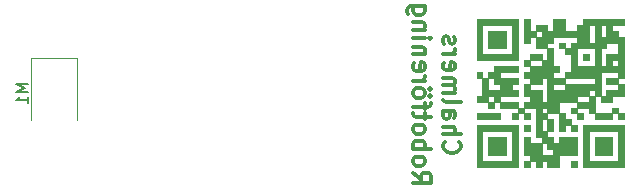
<source format=gbo>
G04 #@! TF.GenerationSoftware,KiCad,Pcbnew,5.1.4*
G04 #@! TF.CreationDate,2019-09-18T22:14:05+02:00*
G04 #@! TF.ProjectId,crf_bokmassabot,6372665f-626f-46b6-9d61-737361626f74,rev?*
G04 #@! TF.SameCoordinates,Original*
G04 #@! TF.FileFunction,Legend,Bot*
G04 #@! TF.FilePolarity,Positive*
%FSLAX46Y46*%
G04 Gerber Fmt 4.6, Leading zero omitted, Abs format (unit mm)*
G04 Created by KiCad (PCBNEW 5.1.4) date 2019-09-18 22:14:05*
%MOMM*%
%LPD*%
G04 APERTURE LIST*
%ADD10C,0.300000*%
%ADD11C,0.010000*%
%ADD12C,0.120000*%
%ADD13C,0.150000*%
G04 APERTURE END LIST*
D10*
X182095285Y-114109000D02*
X182023857Y-114180428D01*
X181952428Y-114394714D01*
X181952428Y-114537571D01*
X182023857Y-114751857D01*
X182166714Y-114894714D01*
X182309571Y-114966142D01*
X182595285Y-115037571D01*
X182809571Y-115037571D01*
X183095285Y-114966142D01*
X183238142Y-114894714D01*
X183381000Y-114751857D01*
X183452428Y-114537571D01*
X183452428Y-114394714D01*
X183381000Y-114180428D01*
X183309571Y-114109000D01*
X181952428Y-113466142D02*
X183452428Y-113466142D01*
X181952428Y-112823285D02*
X182738142Y-112823285D01*
X182881000Y-112894714D01*
X182952428Y-113037571D01*
X182952428Y-113251857D01*
X182881000Y-113394714D01*
X182809571Y-113466142D01*
X181952428Y-111466142D02*
X182738142Y-111466142D01*
X182881000Y-111537571D01*
X182952428Y-111680428D01*
X182952428Y-111966142D01*
X182881000Y-112109000D01*
X182023857Y-111466142D02*
X181952428Y-111609000D01*
X181952428Y-111966142D01*
X182023857Y-112109000D01*
X182166714Y-112180428D01*
X182309571Y-112180428D01*
X182452428Y-112109000D01*
X182523857Y-111966142D01*
X182523857Y-111609000D01*
X182595285Y-111466142D01*
X181952428Y-110537571D02*
X182023857Y-110680428D01*
X182166714Y-110751857D01*
X183452428Y-110751857D01*
X181952428Y-109966142D02*
X182952428Y-109966142D01*
X182809571Y-109966142D02*
X182881000Y-109894714D01*
X182952428Y-109751857D01*
X182952428Y-109537571D01*
X182881000Y-109394714D01*
X182738142Y-109323285D01*
X181952428Y-109323285D01*
X182738142Y-109323285D02*
X182881000Y-109251857D01*
X182952428Y-109109000D01*
X182952428Y-108894714D01*
X182881000Y-108751857D01*
X182738142Y-108680428D01*
X181952428Y-108680428D01*
X182023857Y-107394714D02*
X181952428Y-107537571D01*
X181952428Y-107823285D01*
X182023857Y-107966142D01*
X182166714Y-108037571D01*
X182738142Y-108037571D01*
X182881000Y-107966142D01*
X182952428Y-107823285D01*
X182952428Y-107537571D01*
X182881000Y-107394714D01*
X182738142Y-107323285D01*
X182595285Y-107323285D01*
X182452428Y-108037571D01*
X181952428Y-106680428D02*
X182952428Y-106680428D01*
X182666714Y-106680428D02*
X182809571Y-106609000D01*
X182881000Y-106537571D01*
X182952428Y-106394714D01*
X182952428Y-106251857D01*
X182023857Y-105823285D02*
X181952428Y-105680428D01*
X181952428Y-105394714D01*
X182023857Y-105251857D01*
X182166714Y-105180428D01*
X182238142Y-105180428D01*
X182381000Y-105251857D01*
X182452428Y-105394714D01*
X182452428Y-105609000D01*
X182523857Y-105751857D01*
X182666714Y-105823285D01*
X182738142Y-105823285D01*
X182881000Y-105751857D01*
X182952428Y-105609000D01*
X182952428Y-105394714D01*
X182881000Y-105251857D01*
X179402428Y-116716142D02*
X180116714Y-117216142D01*
X179402428Y-117573285D02*
X180902428Y-117573285D01*
X180902428Y-117001857D01*
X180831000Y-116859000D01*
X180759571Y-116787571D01*
X180616714Y-116716142D01*
X180402428Y-116716142D01*
X180259571Y-116787571D01*
X180188142Y-116859000D01*
X180116714Y-117001857D01*
X180116714Y-117573285D01*
X179402428Y-115859000D02*
X179473857Y-116001857D01*
X179545285Y-116073285D01*
X179688142Y-116144714D01*
X180116714Y-116144714D01*
X180259571Y-116073285D01*
X180331000Y-116001857D01*
X180402428Y-115859000D01*
X180402428Y-115644714D01*
X180331000Y-115501857D01*
X180259571Y-115430428D01*
X180116714Y-115359000D01*
X179688142Y-115359000D01*
X179545285Y-115430428D01*
X179473857Y-115501857D01*
X179402428Y-115644714D01*
X179402428Y-115859000D01*
X179402428Y-114716142D02*
X180902428Y-114716142D01*
X180331000Y-114716142D02*
X180402428Y-114573285D01*
X180402428Y-114287571D01*
X180331000Y-114144714D01*
X180259571Y-114073285D01*
X180116714Y-114001857D01*
X179688142Y-114001857D01*
X179545285Y-114073285D01*
X179473857Y-114144714D01*
X179402428Y-114287571D01*
X179402428Y-114573285D01*
X179473857Y-114716142D01*
X179402428Y-113144714D02*
X179473857Y-113287571D01*
X179545285Y-113359000D01*
X179688142Y-113430428D01*
X180116714Y-113430428D01*
X180259571Y-113359000D01*
X180331000Y-113287571D01*
X180402428Y-113144714D01*
X180402428Y-112930428D01*
X180331000Y-112787571D01*
X180259571Y-112716142D01*
X180116714Y-112644714D01*
X179688142Y-112644714D01*
X179545285Y-112716142D01*
X179473857Y-112787571D01*
X179402428Y-112930428D01*
X179402428Y-113144714D01*
X180402428Y-112216142D02*
X180402428Y-111644714D01*
X180902428Y-112001857D02*
X179616714Y-112001857D01*
X179473857Y-111930428D01*
X179402428Y-111787571D01*
X179402428Y-111644714D01*
X180402428Y-111359000D02*
X180402428Y-110787571D01*
X179402428Y-111144714D02*
X180688142Y-111144714D01*
X180831000Y-111073285D01*
X180902428Y-110930428D01*
X180902428Y-110787571D01*
X179402428Y-110073285D02*
X179473857Y-110216142D01*
X179545285Y-110287571D01*
X179688142Y-110359000D01*
X180116714Y-110359000D01*
X180259571Y-110287571D01*
X180331000Y-110216142D01*
X180402428Y-110073285D01*
X180402428Y-109859000D01*
X180331000Y-109716142D01*
X180259571Y-109644714D01*
X180116714Y-109573285D01*
X179688142Y-109573285D01*
X179545285Y-109644714D01*
X179473857Y-109716142D01*
X179402428Y-109859000D01*
X179402428Y-110073285D01*
X180902428Y-110216142D02*
X180831000Y-110144714D01*
X180759571Y-110216142D01*
X180831000Y-110287571D01*
X180902428Y-110216142D01*
X180759571Y-110216142D01*
X180902428Y-109644714D02*
X180831000Y-109573285D01*
X180759571Y-109644714D01*
X180831000Y-109716142D01*
X180902428Y-109644714D01*
X180759571Y-109644714D01*
X179402428Y-108930428D02*
X180402428Y-108930428D01*
X180116714Y-108930428D02*
X180259571Y-108859000D01*
X180331000Y-108787571D01*
X180402428Y-108644714D01*
X180402428Y-108501857D01*
X179473857Y-107430428D02*
X179402428Y-107573285D01*
X179402428Y-107859000D01*
X179473857Y-108001857D01*
X179616714Y-108073285D01*
X180188142Y-108073285D01*
X180331000Y-108001857D01*
X180402428Y-107859000D01*
X180402428Y-107573285D01*
X180331000Y-107430428D01*
X180188142Y-107359000D01*
X180045285Y-107359000D01*
X179902428Y-108073285D01*
X180402428Y-106716142D02*
X179402428Y-106716142D01*
X180259571Y-106716142D02*
X180331000Y-106644714D01*
X180402428Y-106501857D01*
X180402428Y-106287571D01*
X180331000Y-106144714D01*
X180188142Y-106073285D01*
X179402428Y-106073285D01*
X179402428Y-105359000D02*
X180402428Y-105359000D01*
X180902428Y-105359000D02*
X180831000Y-105430428D01*
X180759571Y-105359000D01*
X180831000Y-105287571D01*
X180902428Y-105359000D01*
X180759571Y-105359000D01*
X180402428Y-104644714D02*
X179402428Y-104644714D01*
X180259571Y-104644714D02*
X180331000Y-104573285D01*
X180402428Y-104430428D01*
X180402428Y-104216142D01*
X180331000Y-104073285D01*
X180188142Y-104001857D01*
X179402428Y-104001857D01*
X180402428Y-102644714D02*
X179188142Y-102644714D01*
X179045285Y-102716142D01*
X178973857Y-102787571D01*
X178902428Y-102930428D01*
X178902428Y-103144714D01*
X178973857Y-103287571D01*
X179473857Y-102644714D02*
X179402428Y-102787571D01*
X179402428Y-103073285D01*
X179473857Y-103216142D01*
X179545285Y-103287571D01*
X179688142Y-103359000D01*
X180116714Y-103359000D01*
X180259571Y-103287571D01*
X180331000Y-103216142D01*
X180402428Y-103073285D01*
X180402428Y-102787571D01*
X180331000Y-102644714D01*
D11*
G36*
X196785000Y-104205000D02*
G01*
X197285000Y-104205000D01*
X197285000Y-103705000D01*
X196785000Y-103705000D01*
X196785000Y-104205000D01*
X196785000Y-104205000D01*
G37*
X196785000Y-104205000D02*
X197285000Y-104205000D01*
X197285000Y-103705000D01*
X196785000Y-103705000D01*
X196785000Y-104205000D01*
G36*
X196285000Y-104205000D02*
G01*
X196785000Y-104205000D01*
X196785000Y-103705000D01*
X196285000Y-103705000D01*
X196285000Y-104205000D01*
X196285000Y-104205000D01*
G37*
X196285000Y-104205000D02*
X196785000Y-104205000D01*
X196785000Y-103705000D01*
X196285000Y-103705000D01*
X196285000Y-104205000D01*
G36*
X195785000Y-104205000D02*
G01*
X196285000Y-104205000D01*
X196285000Y-103705000D01*
X195785000Y-103705000D01*
X195785000Y-104205000D01*
X195785000Y-104205000D01*
G37*
X195785000Y-104205000D02*
X196285000Y-104205000D01*
X196285000Y-103705000D01*
X195785000Y-103705000D01*
X195785000Y-104205000D01*
G36*
X195285000Y-104205000D02*
G01*
X195785000Y-104205000D01*
X195785000Y-103705000D01*
X195285000Y-103705000D01*
X195285000Y-104205000D01*
X195285000Y-104205000D01*
G37*
X195285000Y-104205000D02*
X195785000Y-104205000D01*
X195785000Y-103705000D01*
X195285000Y-103705000D01*
X195285000Y-104205000D01*
G36*
X194785000Y-104205000D02*
G01*
X195285000Y-104205000D01*
X195285000Y-103705000D01*
X194785000Y-103705000D01*
X194785000Y-104205000D01*
X194785000Y-104205000D01*
G37*
X194785000Y-104205000D02*
X195285000Y-104205000D01*
X195285000Y-103705000D01*
X194785000Y-103705000D01*
X194785000Y-104205000D01*
G36*
X194285000Y-104205000D02*
G01*
X194785000Y-104205000D01*
X194785000Y-103705000D01*
X194285000Y-103705000D01*
X194285000Y-104205000D01*
X194285000Y-104205000D01*
G37*
X194285000Y-104205000D02*
X194785000Y-104205000D01*
X194785000Y-103705000D01*
X194285000Y-103705000D01*
X194285000Y-104205000D01*
G36*
X193785000Y-104205000D02*
G01*
X194285000Y-104205000D01*
X194285000Y-103705000D01*
X193785000Y-103705000D01*
X193785000Y-104205000D01*
X193785000Y-104205000D01*
G37*
X193785000Y-104205000D02*
X194285000Y-104205000D01*
X194285000Y-103705000D01*
X193785000Y-103705000D01*
X193785000Y-104205000D01*
G36*
X191785000Y-104205000D02*
G01*
X192285000Y-104205000D01*
X192285000Y-103705000D01*
X191785000Y-103705000D01*
X191785000Y-104205000D01*
X191785000Y-104205000D01*
G37*
X191785000Y-104205000D02*
X192285000Y-104205000D01*
X192285000Y-103705000D01*
X191785000Y-103705000D01*
X191785000Y-104205000D01*
G36*
X191285000Y-104205000D02*
G01*
X191785000Y-104205000D01*
X191785000Y-103705000D01*
X191285000Y-103705000D01*
X191285000Y-104205000D01*
X191285000Y-104205000D01*
G37*
X191285000Y-104205000D02*
X191785000Y-104205000D01*
X191785000Y-103705000D01*
X191285000Y-103705000D01*
X191285000Y-104205000D01*
G36*
X188785000Y-104205000D02*
G01*
X189285000Y-104205000D01*
X189285000Y-103705000D01*
X188785000Y-103705000D01*
X188785000Y-104205000D01*
X188785000Y-104205000D01*
G37*
X188785000Y-104205000D02*
X189285000Y-104205000D01*
X189285000Y-103705000D01*
X188785000Y-103705000D01*
X188785000Y-104205000D01*
G36*
X187785000Y-104205000D02*
G01*
X188285000Y-104205000D01*
X188285000Y-103705000D01*
X187785000Y-103705000D01*
X187785000Y-104205000D01*
X187785000Y-104205000D01*
G37*
X187785000Y-104205000D02*
X188285000Y-104205000D01*
X188285000Y-103705000D01*
X187785000Y-103705000D01*
X187785000Y-104205000D01*
G36*
X187285000Y-104205000D02*
G01*
X187785000Y-104205000D01*
X187785000Y-103705000D01*
X187285000Y-103705000D01*
X187285000Y-104205000D01*
X187285000Y-104205000D01*
G37*
X187285000Y-104205000D02*
X187785000Y-104205000D01*
X187785000Y-103705000D01*
X187285000Y-103705000D01*
X187285000Y-104205000D01*
G36*
X186785000Y-104205000D02*
G01*
X187285000Y-104205000D01*
X187285000Y-103705000D01*
X186785000Y-103705000D01*
X186785000Y-104205000D01*
X186785000Y-104205000D01*
G37*
X186785000Y-104205000D02*
X187285000Y-104205000D01*
X187285000Y-103705000D01*
X186785000Y-103705000D01*
X186785000Y-104205000D01*
G36*
X186285000Y-104205000D02*
G01*
X186785000Y-104205000D01*
X186785000Y-103705000D01*
X186285000Y-103705000D01*
X186285000Y-104205000D01*
X186285000Y-104205000D01*
G37*
X186285000Y-104205000D02*
X186785000Y-104205000D01*
X186785000Y-103705000D01*
X186285000Y-103705000D01*
X186285000Y-104205000D01*
G36*
X185785000Y-104205000D02*
G01*
X186285000Y-104205000D01*
X186285000Y-103705000D01*
X185785000Y-103705000D01*
X185785000Y-104205000D01*
X185785000Y-104205000D01*
G37*
X185785000Y-104205000D02*
X186285000Y-104205000D01*
X186285000Y-103705000D01*
X185785000Y-103705000D01*
X185785000Y-104205000D01*
G36*
X185285000Y-104205000D02*
G01*
X185785000Y-104205000D01*
X185785000Y-103705000D01*
X185285000Y-103705000D01*
X185285000Y-104205000D01*
X185285000Y-104205000D01*
G37*
X185285000Y-104205000D02*
X185785000Y-104205000D01*
X185785000Y-103705000D01*
X185285000Y-103705000D01*
X185285000Y-104205000D01*
G36*
X184785000Y-104205000D02*
G01*
X185285000Y-104205000D01*
X185285000Y-103705000D01*
X184785000Y-103705000D01*
X184785000Y-104205000D01*
X184785000Y-104205000D01*
G37*
X184785000Y-104205000D02*
X185285000Y-104205000D01*
X185285000Y-103705000D01*
X184785000Y-103705000D01*
X184785000Y-104205000D01*
G36*
X195785000Y-104705000D02*
G01*
X196285000Y-104705000D01*
X196285000Y-104205000D01*
X195785000Y-104205000D01*
X195785000Y-104705000D01*
X195785000Y-104705000D01*
G37*
X195785000Y-104705000D02*
X196285000Y-104705000D01*
X196285000Y-104205000D01*
X195785000Y-104205000D01*
X195785000Y-104705000D01*
G36*
X194785000Y-104705000D02*
G01*
X195285000Y-104705000D01*
X195285000Y-104205000D01*
X194785000Y-104205000D01*
X194785000Y-104705000D01*
X194785000Y-104705000D01*
G37*
X194785000Y-104705000D02*
X195285000Y-104705000D01*
X195285000Y-104205000D01*
X194785000Y-104205000D01*
X194785000Y-104705000D01*
G36*
X193785000Y-104705000D02*
G01*
X194285000Y-104705000D01*
X194285000Y-104205000D01*
X193785000Y-104205000D01*
X193785000Y-104705000D01*
X193785000Y-104705000D01*
G37*
X193785000Y-104705000D02*
X194285000Y-104705000D01*
X194285000Y-104205000D01*
X193785000Y-104205000D01*
X193785000Y-104705000D01*
G36*
X193285000Y-104705000D02*
G01*
X193785000Y-104705000D01*
X193785000Y-104205000D01*
X193285000Y-104205000D01*
X193285000Y-104705000D01*
X193285000Y-104705000D01*
G37*
X193285000Y-104705000D02*
X193785000Y-104705000D01*
X193785000Y-104205000D01*
X193285000Y-104205000D01*
X193285000Y-104705000D01*
G36*
X191785000Y-104705000D02*
G01*
X192285000Y-104705000D01*
X192285000Y-104205000D01*
X191785000Y-104205000D01*
X191785000Y-104705000D01*
X191785000Y-104705000D01*
G37*
X191785000Y-104705000D02*
X192285000Y-104705000D01*
X192285000Y-104205000D01*
X191785000Y-104205000D01*
X191785000Y-104705000D01*
G36*
X191285000Y-104705000D02*
G01*
X191785000Y-104705000D01*
X191785000Y-104205000D01*
X191285000Y-104205000D01*
X191285000Y-104705000D01*
X191285000Y-104705000D01*
G37*
X191285000Y-104705000D02*
X191785000Y-104705000D01*
X191785000Y-104205000D01*
X191285000Y-104205000D01*
X191285000Y-104705000D01*
G36*
X190285000Y-104705000D02*
G01*
X190785000Y-104705000D01*
X190785000Y-104205000D01*
X190285000Y-104205000D01*
X190285000Y-104705000D01*
X190285000Y-104705000D01*
G37*
X190285000Y-104705000D02*
X190785000Y-104705000D01*
X190785000Y-104205000D01*
X190285000Y-104205000D01*
X190285000Y-104705000D01*
G36*
X189785000Y-104705000D02*
G01*
X190285000Y-104705000D01*
X190285000Y-104205000D01*
X189785000Y-104205000D01*
X189785000Y-104705000D01*
X189785000Y-104705000D01*
G37*
X189785000Y-104705000D02*
X190285000Y-104705000D01*
X190285000Y-104205000D01*
X189785000Y-104205000D01*
X189785000Y-104705000D01*
G36*
X188785000Y-104705000D02*
G01*
X189285000Y-104705000D01*
X189285000Y-104205000D01*
X188785000Y-104205000D01*
X188785000Y-104705000D01*
X188785000Y-104705000D01*
G37*
X188785000Y-104705000D02*
X189285000Y-104705000D01*
X189285000Y-104205000D01*
X188785000Y-104205000D01*
X188785000Y-104705000D01*
G36*
X187785000Y-104705000D02*
G01*
X188285000Y-104705000D01*
X188285000Y-104205000D01*
X187785000Y-104205000D01*
X187785000Y-104705000D01*
X187785000Y-104705000D01*
G37*
X187785000Y-104705000D02*
X188285000Y-104705000D01*
X188285000Y-104205000D01*
X187785000Y-104205000D01*
X187785000Y-104705000D01*
G36*
X184785000Y-104705000D02*
G01*
X185285000Y-104705000D01*
X185285000Y-104205000D01*
X184785000Y-104205000D01*
X184785000Y-104705000D01*
X184785000Y-104705000D01*
G37*
X184785000Y-104705000D02*
X185285000Y-104705000D01*
X185285000Y-104205000D01*
X184785000Y-104205000D01*
X184785000Y-104705000D01*
G36*
X196285000Y-105205000D02*
G01*
X196785000Y-105205000D01*
X196785000Y-104705000D01*
X196285000Y-104705000D01*
X196285000Y-105205000D01*
X196285000Y-105205000D01*
G37*
X196285000Y-105205000D02*
X196785000Y-105205000D01*
X196785000Y-104705000D01*
X196285000Y-104705000D01*
X196285000Y-105205000D01*
G36*
X195785000Y-105205000D02*
G01*
X196285000Y-105205000D01*
X196285000Y-104705000D01*
X195785000Y-104705000D01*
X195785000Y-105205000D01*
X195785000Y-105205000D01*
G37*
X195785000Y-105205000D02*
X196285000Y-105205000D01*
X196285000Y-104705000D01*
X195785000Y-104705000D01*
X195785000Y-105205000D01*
G36*
X194785000Y-105205000D02*
G01*
X195285000Y-105205000D01*
X195285000Y-104705000D01*
X194785000Y-104705000D01*
X194785000Y-105205000D01*
X194785000Y-105205000D01*
G37*
X194785000Y-105205000D02*
X195285000Y-105205000D01*
X195285000Y-104705000D01*
X194785000Y-104705000D01*
X194785000Y-105205000D01*
G36*
X193785000Y-105205000D02*
G01*
X194285000Y-105205000D01*
X194285000Y-104705000D01*
X193785000Y-104705000D01*
X193785000Y-105205000D01*
X193785000Y-105205000D01*
G37*
X193785000Y-105205000D02*
X194285000Y-105205000D01*
X194285000Y-104705000D01*
X193785000Y-104705000D01*
X193785000Y-105205000D01*
G36*
X193285000Y-105205000D02*
G01*
X193785000Y-105205000D01*
X193785000Y-104705000D01*
X193285000Y-104705000D01*
X193285000Y-105205000D01*
X193285000Y-105205000D01*
G37*
X193285000Y-105205000D02*
X193785000Y-105205000D01*
X193785000Y-104705000D01*
X193285000Y-104705000D01*
X193285000Y-105205000D01*
G36*
X192785000Y-105205000D02*
G01*
X193285000Y-105205000D01*
X193285000Y-104705000D01*
X192785000Y-104705000D01*
X192785000Y-105205000D01*
X192785000Y-105205000D01*
G37*
X192785000Y-105205000D02*
X193285000Y-105205000D01*
X193285000Y-104705000D01*
X192785000Y-104705000D01*
X192785000Y-105205000D01*
G36*
X192285000Y-105205000D02*
G01*
X192785000Y-105205000D01*
X192785000Y-104705000D01*
X192285000Y-104705000D01*
X192285000Y-105205000D01*
X192285000Y-105205000D01*
G37*
X192285000Y-105205000D02*
X192785000Y-105205000D01*
X192785000Y-104705000D01*
X192285000Y-104705000D01*
X192285000Y-105205000D01*
G36*
X191785000Y-105205000D02*
G01*
X192285000Y-105205000D01*
X192285000Y-104705000D01*
X191785000Y-104705000D01*
X191785000Y-105205000D01*
X191785000Y-105205000D01*
G37*
X191785000Y-105205000D02*
X192285000Y-105205000D01*
X192285000Y-104705000D01*
X191785000Y-104705000D01*
X191785000Y-105205000D01*
G36*
X191285000Y-105205000D02*
G01*
X191785000Y-105205000D01*
X191785000Y-104705000D01*
X191285000Y-104705000D01*
X191285000Y-105205000D01*
X191285000Y-105205000D01*
G37*
X191285000Y-105205000D02*
X191785000Y-105205000D01*
X191785000Y-104705000D01*
X191285000Y-104705000D01*
X191285000Y-105205000D01*
G36*
X190785000Y-105205000D02*
G01*
X191285000Y-105205000D01*
X191285000Y-104705000D01*
X190785000Y-104705000D01*
X190785000Y-105205000D01*
X190785000Y-105205000D01*
G37*
X190785000Y-105205000D02*
X191285000Y-105205000D01*
X191285000Y-104705000D01*
X190785000Y-104705000D01*
X190785000Y-105205000D01*
G36*
X190285000Y-105205000D02*
G01*
X190785000Y-105205000D01*
X190785000Y-104705000D01*
X190285000Y-104705000D01*
X190285000Y-105205000D01*
X190285000Y-105205000D01*
G37*
X190285000Y-105205000D02*
X190785000Y-105205000D01*
X190785000Y-104705000D01*
X190285000Y-104705000D01*
X190285000Y-105205000D01*
G36*
X189285000Y-105205000D02*
G01*
X189785000Y-105205000D01*
X189785000Y-104705000D01*
X189285000Y-104705000D01*
X189285000Y-105205000D01*
X189285000Y-105205000D01*
G37*
X189285000Y-105205000D02*
X189785000Y-105205000D01*
X189785000Y-104705000D01*
X189285000Y-104705000D01*
X189285000Y-105205000D01*
G36*
X188785000Y-105205000D02*
G01*
X189285000Y-105205000D01*
X189285000Y-104705000D01*
X188785000Y-104705000D01*
X188785000Y-105205000D01*
X188785000Y-105205000D01*
G37*
X188785000Y-105205000D02*
X189285000Y-105205000D01*
X189285000Y-104705000D01*
X188785000Y-104705000D01*
X188785000Y-105205000D01*
G36*
X187785000Y-105205000D02*
G01*
X188285000Y-105205000D01*
X188285000Y-104705000D01*
X187785000Y-104705000D01*
X187785000Y-105205000D01*
X187785000Y-105205000D01*
G37*
X187785000Y-105205000D02*
X188285000Y-105205000D01*
X188285000Y-104705000D01*
X187785000Y-104705000D01*
X187785000Y-105205000D01*
G36*
X186785000Y-105205000D02*
G01*
X187285000Y-105205000D01*
X187285000Y-104705000D01*
X186785000Y-104705000D01*
X186785000Y-105205000D01*
X186785000Y-105205000D01*
G37*
X186785000Y-105205000D02*
X187285000Y-105205000D01*
X187285000Y-104705000D01*
X186785000Y-104705000D01*
X186785000Y-105205000D01*
G36*
X186285000Y-105205000D02*
G01*
X186785000Y-105205000D01*
X186785000Y-104705000D01*
X186285000Y-104705000D01*
X186285000Y-105205000D01*
X186285000Y-105205000D01*
G37*
X186285000Y-105205000D02*
X186785000Y-105205000D01*
X186785000Y-104705000D01*
X186285000Y-104705000D01*
X186285000Y-105205000D01*
G36*
X185785000Y-105205000D02*
G01*
X186285000Y-105205000D01*
X186285000Y-104705000D01*
X185785000Y-104705000D01*
X185785000Y-105205000D01*
X185785000Y-105205000D01*
G37*
X185785000Y-105205000D02*
X186285000Y-105205000D01*
X186285000Y-104705000D01*
X185785000Y-104705000D01*
X185785000Y-105205000D01*
G36*
X184785000Y-105205000D02*
G01*
X185285000Y-105205000D01*
X185285000Y-104705000D01*
X184785000Y-104705000D01*
X184785000Y-105205000D01*
X184785000Y-105205000D01*
G37*
X184785000Y-105205000D02*
X185285000Y-105205000D01*
X185285000Y-104705000D01*
X184785000Y-104705000D01*
X184785000Y-105205000D01*
G36*
X196785000Y-105705000D02*
G01*
X197285000Y-105705000D01*
X197285000Y-105205000D01*
X196785000Y-105205000D01*
X196785000Y-105705000D01*
X196785000Y-105705000D01*
G37*
X196785000Y-105705000D02*
X197285000Y-105705000D01*
X197285000Y-105205000D01*
X196785000Y-105205000D01*
X196785000Y-105705000D01*
G36*
X196285000Y-105705000D02*
G01*
X196785000Y-105705000D01*
X196785000Y-105205000D01*
X196285000Y-105205000D01*
X196285000Y-105705000D01*
X196285000Y-105705000D01*
G37*
X196285000Y-105705000D02*
X196785000Y-105705000D01*
X196785000Y-105205000D01*
X196285000Y-105205000D01*
X196285000Y-105705000D01*
G36*
X195785000Y-105705000D02*
G01*
X196285000Y-105705000D01*
X196285000Y-105205000D01*
X195785000Y-105205000D01*
X195785000Y-105705000D01*
X195785000Y-105705000D01*
G37*
X195785000Y-105705000D02*
X196285000Y-105705000D01*
X196285000Y-105205000D01*
X195785000Y-105205000D01*
X195785000Y-105705000D01*
G36*
X195285000Y-105705000D02*
G01*
X195785000Y-105705000D01*
X195785000Y-105205000D01*
X195285000Y-105205000D01*
X195285000Y-105705000D01*
X195285000Y-105705000D01*
G37*
X195285000Y-105705000D02*
X195785000Y-105705000D01*
X195785000Y-105205000D01*
X195285000Y-105205000D01*
X195285000Y-105705000D01*
G36*
X194785000Y-105705000D02*
G01*
X195285000Y-105705000D01*
X195285000Y-105205000D01*
X194785000Y-105205000D01*
X194785000Y-105705000D01*
X194785000Y-105705000D01*
G37*
X194785000Y-105705000D02*
X195285000Y-105705000D01*
X195285000Y-105205000D01*
X194785000Y-105205000D01*
X194785000Y-105705000D01*
G36*
X193785000Y-105705000D02*
G01*
X194285000Y-105705000D01*
X194285000Y-105205000D01*
X193785000Y-105205000D01*
X193785000Y-105705000D01*
X193785000Y-105705000D01*
G37*
X193785000Y-105705000D02*
X194285000Y-105705000D01*
X194285000Y-105205000D01*
X193785000Y-105205000D01*
X193785000Y-105705000D01*
G36*
X193285000Y-105705000D02*
G01*
X193785000Y-105705000D01*
X193785000Y-105205000D01*
X193285000Y-105205000D01*
X193285000Y-105705000D01*
X193285000Y-105705000D01*
G37*
X193285000Y-105705000D02*
X193785000Y-105705000D01*
X193785000Y-105205000D01*
X193285000Y-105205000D01*
X193285000Y-105705000D01*
G36*
X190785000Y-105705000D02*
G01*
X191285000Y-105705000D01*
X191285000Y-105205000D01*
X190785000Y-105205000D01*
X190785000Y-105705000D01*
X190785000Y-105705000D01*
G37*
X190785000Y-105705000D02*
X191285000Y-105705000D01*
X191285000Y-105205000D01*
X190785000Y-105205000D01*
X190785000Y-105705000D01*
G36*
X190285000Y-105705000D02*
G01*
X190785000Y-105705000D01*
X190785000Y-105205000D01*
X190285000Y-105205000D01*
X190285000Y-105705000D01*
X190285000Y-105705000D01*
G37*
X190285000Y-105705000D02*
X190785000Y-105705000D01*
X190785000Y-105205000D01*
X190285000Y-105205000D01*
X190285000Y-105705000D01*
G36*
X189785000Y-105705000D02*
G01*
X190285000Y-105705000D01*
X190285000Y-105205000D01*
X189785000Y-105205000D01*
X189785000Y-105705000D01*
X189785000Y-105705000D01*
G37*
X189785000Y-105705000D02*
X190285000Y-105705000D01*
X190285000Y-105205000D01*
X189785000Y-105205000D01*
X189785000Y-105705000D01*
G36*
X188785000Y-105705000D02*
G01*
X189285000Y-105705000D01*
X189285000Y-105205000D01*
X188785000Y-105205000D01*
X188785000Y-105705000D01*
X188785000Y-105705000D01*
G37*
X188785000Y-105705000D02*
X189285000Y-105705000D01*
X189285000Y-105205000D01*
X188785000Y-105205000D01*
X188785000Y-105705000D01*
G36*
X187785000Y-105705000D02*
G01*
X188285000Y-105705000D01*
X188285000Y-105205000D01*
X187785000Y-105205000D01*
X187785000Y-105705000D01*
X187785000Y-105705000D01*
G37*
X187785000Y-105705000D02*
X188285000Y-105705000D01*
X188285000Y-105205000D01*
X187785000Y-105205000D01*
X187785000Y-105705000D01*
G36*
X186785000Y-105705000D02*
G01*
X187285000Y-105705000D01*
X187285000Y-105205000D01*
X186785000Y-105205000D01*
X186785000Y-105705000D01*
X186785000Y-105705000D01*
G37*
X186785000Y-105705000D02*
X187285000Y-105705000D01*
X187285000Y-105205000D01*
X186785000Y-105205000D01*
X186785000Y-105705000D01*
G36*
X186285000Y-105705000D02*
G01*
X186785000Y-105705000D01*
X186785000Y-105205000D01*
X186285000Y-105205000D01*
X186285000Y-105705000D01*
X186285000Y-105705000D01*
G37*
X186285000Y-105705000D02*
X186785000Y-105705000D01*
X186785000Y-105205000D01*
X186285000Y-105205000D01*
X186285000Y-105705000D01*
G36*
X185785000Y-105705000D02*
G01*
X186285000Y-105705000D01*
X186285000Y-105205000D01*
X185785000Y-105205000D01*
X185785000Y-105705000D01*
X185785000Y-105705000D01*
G37*
X185785000Y-105705000D02*
X186285000Y-105705000D01*
X186285000Y-105205000D01*
X185785000Y-105205000D01*
X185785000Y-105705000D01*
G36*
X184785000Y-105705000D02*
G01*
X185285000Y-105705000D01*
X185285000Y-105205000D01*
X184785000Y-105205000D01*
X184785000Y-105705000D01*
X184785000Y-105705000D01*
G37*
X184785000Y-105705000D02*
X185285000Y-105705000D01*
X185285000Y-105205000D01*
X184785000Y-105205000D01*
X184785000Y-105705000D01*
G36*
X196785000Y-106205000D02*
G01*
X197285000Y-106205000D01*
X197285000Y-105705000D01*
X196785000Y-105705000D01*
X196785000Y-106205000D01*
X196785000Y-106205000D01*
G37*
X196785000Y-106205000D02*
X197285000Y-106205000D01*
X197285000Y-105705000D01*
X196785000Y-105705000D01*
X196785000Y-106205000D01*
G36*
X195285000Y-106205000D02*
G01*
X195785000Y-106205000D01*
X195785000Y-105705000D01*
X195285000Y-105705000D01*
X195285000Y-106205000D01*
X195285000Y-106205000D01*
G37*
X195285000Y-106205000D02*
X195785000Y-106205000D01*
X195785000Y-105705000D01*
X195285000Y-105705000D01*
X195285000Y-106205000D01*
G36*
X194785000Y-106205000D02*
G01*
X195285000Y-106205000D01*
X195285000Y-105705000D01*
X194785000Y-105705000D01*
X194785000Y-106205000D01*
X194785000Y-106205000D01*
G37*
X194785000Y-106205000D02*
X195285000Y-106205000D01*
X195285000Y-105705000D01*
X194785000Y-105705000D01*
X194785000Y-106205000D01*
G36*
X194285000Y-106205000D02*
G01*
X194785000Y-106205000D01*
X194785000Y-105705000D01*
X194285000Y-105705000D01*
X194285000Y-106205000D01*
X194285000Y-106205000D01*
G37*
X194285000Y-106205000D02*
X194785000Y-106205000D01*
X194785000Y-105705000D01*
X194285000Y-105705000D01*
X194285000Y-106205000D01*
G36*
X193785000Y-106205000D02*
G01*
X194285000Y-106205000D01*
X194285000Y-105705000D01*
X193785000Y-105705000D01*
X193785000Y-106205000D01*
X193785000Y-106205000D01*
G37*
X193785000Y-106205000D02*
X194285000Y-106205000D01*
X194285000Y-105705000D01*
X193785000Y-105705000D01*
X193785000Y-106205000D01*
G36*
X193285000Y-106205000D02*
G01*
X193785000Y-106205000D01*
X193785000Y-105705000D01*
X193285000Y-105705000D01*
X193285000Y-106205000D01*
X193285000Y-106205000D01*
G37*
X193285000Y-106205000D02*
X193785000Y-106205000D01*
X193785000Y-105705000D01*
X193285000Y-105705000D01*
X193285000Y-106205000D01*
G36*
X192785000Y-106205000D02*
G01*
X193285000Y-106205000D01*
X193285000Y-105705000D01*
X192785000Y-105705000D01*
X192785000Y-106205000D01*
X192785000Y-106205000D01*
G37*
X192785000Y-106205000D02*
X193285000Y-106205000D01*
X193285000Y-105705000D01*
X192785000Y-105705000D01*
X192785000Y-106205000D01*
G36*
X191785000Y-106205000D02*
G01*
X192285000Y-106205000D01*
X192285000Y-105705000D01*
X191785000Y-105705000D01*
X191785000Y-106205000D01*
X191785000Y-106205000D01*
G37*
X191785000Y-106205000D02*
X192285000Y-106205000D01*
X192285000Y-105705000D01*
X191785000Y-105705000D01*
X191785000Y-106205000D01*
G36*
X190285000Y-106205000D02*
G01*
X190785000Y-106205000D01*
X190785000Y-105705000D01*
X190285000Y-105705000D01*
X190285000Y-106205000D01*
X190285000Y-106205000D01*
G37*
X190285000Y-106205000D02*
X190785000Y-106205000D01*
X190785000Y-105705000D01*
X190285000Y-105705000D01*
X190285000Y-106205000D01*
G36*
X189785000Y-106205000D02*
G01*
X190285000Y-106205000D01*
X190285000Y-105705000D01*
X189785000Y-105705000D01*
X189785000Y-106205000D01*
X189785000Y-106205000D01*
G37*
X189785000Y-106205000D02*
X190285000Y-106205000D01*
X190285000Y-105705000D01*
X189785000Y-105705000D01*
X189785000Y-106205000D01*
G36*
X187785000Y-106205000D02*
G01*
X188285000Y-106205000D01*
X188285000Y-105705000D01*
X187785000Y-105705000D01*
X187785000Y-106205000D01*
X187785000Y-106205000D01*
G37*
X187785000Y-106205000D02*
X188285000Y-106205000D01*
X188285000Y-105705000D01*
X187785000Y-105705000D01*
X187785000Y-106205000D01*
G36*
X186785000Y-106205000D02*
G01*
X187285000Y-106205000D01*
X187285000Y-105705000D01*
X186785000Y-105705000D01*
X186785000Y-106205000D01*
X186785000Y-106205000D01*
G37*
X186785000Y-106205000D02*
X187285000Y-106205000D01*
X187285000Y-105705000D01*
X186785000Y-105705000D01*
X186785000Y-106205000D01*
G36*
X186285000Y-106205000D02*
G01*
X186785000Y-106205000D01*
X186785000Y-105705000D01*
X186285000Y-105705000D01*
X186285000Y-106205000D01*
X186285000Y-106205000D01*
G37*
X186285000Y-106205000D02*
X186785000Y-106205000D01*
X186785000Y-105705000D01*
X186285000Y-105705000D01*
X186285000Y-106205000D01*
G36*
X185785000Y-106205000D02*
G01*
X186285000Y-106205000D01*
X186285000Y-105705000D01*
X185785000Y-105705000D01*
X185785000Y-106205000D01*
X185785000Y-106205000D01*
G37*
X185785000Y-106205000D02*
X186285000Y-106205000D01*
X186285000Y-105705000D01*
X185785000Y-105705000D01*
X185785000Y-106205000D01*
G36*
X184785000Y-106205000D02*
G01*
X185285000Y-106205000D01*
X185285000Y-105705000D01*
X184785000Y-105705000D01*
X184785000Y-106205000D01*
X184785000Y-106205000D01*
G37*
X184785000Y-106205000D02*
X185285000Y-106205000D01*
X185285000Y-105705000D01*
X184785000Y-105705000D01*
X184785000Y-106205000D01*
G36*
X196785000Y-106705000D02*
G01*
X197285000Y-106705000D01*
X197285000Y-106205000D01*
X196785000Y-106205000D01*
X196785000Y-106705000D01*
X196785000Y-106705000D01*
G37*
X196785000Y-106705000D02*
X197285000Y-106705000D01*
X197285000Y-106205000D01*
X196785000Y-106205000D01*
X196785000Y-106705000D01*
G36*
X194785000Y-106705000D02*
G01*
X195285000Y-106705000D01*
X195285000Y-106205000D01*
X194785000Y-106205000D01*
X194785000Y-106705000D01*
X194785000Y-106705000D01*
G37*
X194785000Y-106705000D02*
X195285000Y-106705000D01*
X195285000Y-106205000D01*
X194785000Y-106205000D01*
X194785000Y-106705000D01*
G36*
X192785000Y-106705000D02*
G01*
X193285000Y-106705000D01*
X193285000Y-106205000D01*
X192785000Y-106205000D01*
X192785000Y-106705000D01*
X192785000Y-106705000D01*
G37*
X192785000Y-106705000D02*
X193285000Y-106705000D01*
X193285000Y-106205000D01*
X192785000Y-106205000D01*
X192785000Y-106705000D01*
G36*
X192285000Y-106705000D02*
G01*
X192785000Y-106705000D01*
X192785000Y-106205000D01*
X192285000Y-106205000D01*
X192285000Y-106705000D01*
X192285000Y-106705000D01*
G37*
X192285000Y-106705000D02*
X192785000Y-106705000D01*
X192785000Y-106205000D01*
X192285000Y-106205000D01*
X192285000Y-106705000D01*
G36*
X190785000Y-106705000D02*
G01*
X191285000Y-106705000D01*
X191285000Y-106205000D01*
X190785000Y-106205000D01*
X190785000Y-106705000D01*
X190785000Y-106705000D01*
G37*
X190785000Y-106705000D02*
X191285000Y-106705000D01*
X191285000Y-106205000D01*
X190785000Y-106205000D01*
X190785000Y-106705000D01*
G36*
X187785000Y-106705000D02*
G01*
X188285000Y-106705000D01*
X188285000Y-106205000D01*
X187785000Y-106205000D01*
X187785000Y-106705000D01*
X187785000Y-106705000D01*
G37*
X187785000Y-106705000D02*
X188285000Y-106705000D01*
X188285000Y-106205000D01*
X187785000Y-106205000D01*
X187785000Y-106705000D01*
G36*
X184785000Y-106705000D02*
G01*
X185285000Y-106705000D01*
X185285000Y-106205000D01*
X184785000Y-106205000D01*
X184785000Y-106705000D01*
X184785000Y-106705000D01*
G37*
X184785000Y-106705000D02*
X185285000Y-106705000D01*
X185285000Y-106205000D01*
X184785000Y-106205000D01*
X184785000Y-106705000D01*
G36*
X196785000Y-107205000D02*
G01*
X197285000Y-107205000D01*
X197285000Y-106705000D01*
X196785000Y-106705000D01*
X196785000Y-107205000D01*
X196785000Y-107205000D01*
G37*
X196785000Y-107205000D02*
X197285000Y-107205000D01*
X197285000Y-106705000D01*
X196785000Y-106705000D01*
X196785000Y-107205000D01*
G36*
X196285000Y-107205000D02*
G01*
X196785000Y-107205000D01*
X196785000Y-106705000D01*
X196285000Y-106705000D01*
X196285000Y-107205000D01*
X196285000Y-107205000D01*
G37*
X196285000Y-107205000D02*
X196785000Y-107205000D01*
X196785000Y-106705000D01*
X196285000Y-106705000D01*
X196285000Y-107205000D01*
G36*
X195785000Y-107205000D02*
G01*
X196285000Y-107205000D01*
X196285000Y-106705000D01*
X195785000Y-106705000D01*
X195785000Y-107205000D01*
X195785000Y-107205000D01*
G37*
X195785000Y-107205000D02*
X196285000Y-107205000D01*
X196285000Y-106705000D01*
X195785000Y-106705000D01*
X195785000Y-107205000D01*
G36*
X194785000Y-107205000D02*
G01*
X195285000Y-107205000D01*
X195285000Y-106705000D01*
X194785000Y-106705000D01*
X194785000Y-107205000D01*
X194785000Y-107205000D01*
G37*
X194785000Y-107205000D02*
X195285000Y-107205000D01*
X195285000Y-106705000D01*
X194785000Y-106705000D01*
X194785000Y-107205000D01*
G36*
X193785000Y-107205000D02*
G01*
X194285000Y-107205000D01*
X194285000Y-106705000D01*
X193785000Y-106705000D01*
X193785000Y-107205000D01*
X193785000Y-107205000D01*
G37*
X193785000Y-107205000D02*
X194285000Y-107205000D01*
X194285000Y-106705000D01*
X193785000Y-106705000D01*
X193785000Y-107205000D01*
G36*
X192785000Y-107205000D02*
G01*
X193285000Y-107205000D01*
X193285000Y-106705000D01*
X192785000Y-106705000D01*
X192785000Y-107205000D01*
X192785000Y-107205000D01*
G37*
X192785000Y-107205000D02*
X193285000Y-107205000D01*
X193285000Y-106705000D01*
X192785000Y-106705000D01*
X192785000Y-107205000D01*
G36*
X190785000Y-107205000D02*
G01*
X191285000Y-107205000D01*
X191285000Y-106705000D01*
X190785000Y-106705000D01*
X190785000Y-107205000D01*
X190785000Y-107205000D01*
G37*
X190785000Y-107205000D02*
X191285000Y-107205000D01*
X191285000Y-106705000D01*
X190785000Y-106705000D01*
X190785000Y-107205000D01*
G36*
X189785000Y-107205000D02*
G01*
X190285000Y-107205000D01*
X190285000Y-106705000D01*
X189785000Y-106705000D01*
X189785000Y-107205000D01*
X189785000Y-107205000D01*
G37*
X189785000Y-107205000D02*
X190285000Y-107205000D01*
X190285000Y-106705000D01*
X189785000Y-106705000D01*
X189785000Y-107205000D01*
G36*
X189285000Y-107205000D02*
G01*
X189785000Y-107205000D01*
X189785000Y-106705000D01*
X189285000Y-106705000D01*
X189285000Y-107205000D01*
X189285000Y-107205000D01*
G37*
X189285000Y-107205000D02*
X189785000Y-107205000D01*
X189785000Y-106705000D01*
X189285000Y-106705000D01*
X189285000Y-107205000D01*
G36*
X187785000Y-107205000D02*
G01*
X188285000Y-107205000D01*
X188285000Y-106705000D01*
X187785000Y-106705000D01*
X187785000Y-107205000D01*
X187785000Y-107205000D01*
G37*
X187785000Y-107205000D02*
X188285000Y-107205000D01*
X188285000Y-106705000D01*
X187785000Y-106705000D01*
X187785000Y-107205000D01*
G36*
X187285000Y-107205000D02*
G01*
X187785000Y-107205000D01*
X187785000Y-106705000D01*
X187285000Y-106705000D01*
X187285000Y-107205000D01*
X187285000Y-107205000D01*
G37*
X187285000Y-107205000D02*
X187785000Y-107205000D01*
X187785000Y-106705000D01*
X187285000Y-106705000D01*
X187285000Y-107205000D01*
G36*
X186785000Y-107205000D02*
G01*
X187285000Y-107205000D01*
X187285000Y-106705000D01*
X186785000Y-106705000D01*
X186785000Y-107205000D01*
X186785000Y-107205000D01*
G37*
X186785000Y-107205000D02*
X187285000Y-107205000D01*
X187285000Y-106705000D01*
X186785000Y-106705000D01*
X186785000Y-107205000D01*
G36*
X186285000Y-107205000D02*
G01*
X186785000Y-107205000D01*
X186785000Y-106705000D01*
X186285000Y-106705000D01*
X186285000Y-107205000D01*
X186285000Y-107205000D01*
G37*
X186285000Y-107205000D02*
X186785000Y-107205000D01*
X186785000Y-106705000D01*
X186285000Y-106705000D01*
X186285000Y-107205000D01*
G36*
X185785000Y-107205000D02*
G01*
X186285000Y-107205000D01*
X186285000Y-106705000D01*
X185785000Y-106705000D01*
X185785000Y-107205000D01*
X185785000Y-107205000D01*
G37*
X185785000Y-107205000D02*
X186285000Y-107205000D01*
X186285000Y-106705000D01*
X185785000Y-106705000D01*
X185785000Y-107205000D01*
G36*
X185285000Y-107205000D02*
G01*
X185785000Y-107205000D01*
X185785000Y-106705000D01*
X185285000Y-106705000D01*
X185285000Y-107205000D01*
X185285000Y-107205000D01*
G37*
X185285000Y-107205000D02*
X185785000Y-107205000D01*
X185785000Y-106705000D01*
X185285000Y-106705000D01*
X185285000Y-107205000D01*
G36*
X184785000Y-107205000D02*
G01*
X185285000Y-107205000D01*
X185285000Y-106705000D01*
X184785000Y-106705000D01*
X184785000Y-107205000D01*
X184785000Y-107205000D01*
G37*
X184785000Y-107205000D02*
X185285000Y-107205000D01*
X185285000Y-106705000D01*
X184785000Y-106705000D01*
X184785000Y-107205000D01*
G36*
X196785000Y-107705000D02*
G01*
X197285000Y-107705000D01*
X197285000Y-107205000D01*
X196785000Y-107205000D01*
X196785000Y-107705000D01*
X196785000Y-107705000D01*
G37*
X196785000Y-107705000D02*
X197285000Y-107705000D01*
X197285000Y-107205000D01*
X196785000Y-107205000D01*
X196785000Y-107705000D01*
G36*
X195785000Y-107705000D02*
G01*
X196285000Y-107705000D01*
X196285000Y-107205000D01*
X195785000Y-107205000D01*
X195785000Y-107705000D01*
X195785000Y-107705000D01*
G37*
X195785000Y-107705000D02*
X196285000Y-107705000D01*
X196285000Y-107205000D01*
X195785000Y-107205000D01*
X195785000Y-107705000D01*
G36*
X194785000Y-107705000D02*
G01*
X195285000Y-107705000D01*
X195285000Y-107205000D01*
X194785000Y-107205000D01*
X194785000Y-107705000D01*
X194785000Y-107705000D01*
G37*
X194785000Y-107705000D02*
X195285000Y-107705000D01*
X195285000Y-107205000D01*
X194785000Y-107205000D01*
X194785000Y-107705000D01*
G36*
X192785000Y-107705000D02*
G01*
X193285000Y-107705000D01*
X193285000Y-107205000D01*
X192785000Y-107205000D01*
X192785000Y-107705000D01*
X192785000Y-107705000D01*
G37*
X192785000Y-107705000D02*
X193285000Y-107705000D01*
X193285000Y-107205000D01*
X192785000Y-107205000D01*
X192785000Y-107705000D01*
G36*
X190785000Y-107705000D02*
G01*
X191285000Y-107705000D01*
X191285000Y-107205000D01*
X190785000Y-107205000D01*
X190785000Y-107705000D01*
X190785000Y-107705000D01*
G37*
X190785000Y-107705000D02*
X191285000Y-107705000D01*
X191285000Y-107205000D01*
X190785000Y-107205000D01*
X190785000Y-107705000D01*
G36*
X190285000Y-107705000D02*
G01*
X190785000Y-107705000D01*
X190785000Y-107205000D01*
X190285000Y-107205000D01*
X190285000Y-107705000D01*
X190285000Y-107705000D01*
G37*
X190285000Y-107705000D02*
X190785000Y-107705000D01*
X190785000Y-107205000D01*
X190285000Y-107205000D01*
X190285000Y-107705000D01*
G36*
X188785000Y-107705000D02*
G01*
X189285000Y-107705000D01*
X189285000Y-107205000D01*
X188785000Y-107205000D01*
X188785000Y-107705000D01*
X188785000Y-107705000D01*
G37*
X188785000Y-107705000D02*
X189285000Y-107705000D01*
X189285000Y-107205000D01*
X188785000Y-107205000D01*
X188785000Y-107705000D01*
G36*
X196785000Y-108205000D02*
G01*
X197285000Y-108205000D01*
X197285000Y-107705000D01*
X196785000Y-107705000D01*
X196785000Y-108205000D01*
X196785000Y-108205000D01*
G37*
X196785000Y-108205000D02*
X197285000Y-108205000D01*
X197285000Y-107705000D01*
X196785000Y-107705000D01*
X196785000Y-108205000D01*
G36*
X196285000Y-108205000D02*
G01*
X196785000Y-108205000D01*
X196785000Y-107705000D01*
X196285000Y-107705000D01*
X196285000Y-108205000D01*
X196285000Y-108205000D01*
G37*
X196285000Y-108205000D02*
X196785000Y-108205000D01*
X196785000Y-107705000D01*
X196285000Y-107705000D01*
X196285000Y-108205000D01*
G36*
X195785000Y-108205000D02*
G01*
X196285000Y-108205000D01*
X196285000Y-107705000D01*
X195785000Y-107705000D01*
X195785000Y-108205000D01*
X195785000Y-108205000D01*
G37*
X195785000Y-108205000D02*
X196285000Y-108205000D01*
X196285000Y-107705000D01*
X195785000Y-107705000D01*
X195785000Y-108205000D01*
G36*
X195285000Y-108205000D02*
G01*
X195785000Y-108205000D01*
X195785000Y-107705000D01*
X195285000Y-107705000D01*
X195285000Y-108205000D01*
X195285000Y-108205000D01*
G37*
X195285000Y-108205000D02*
X195785000Y-108205000D01*
X195785000Y-107705000D01*
X195285000Y-107705000D01*
X195285000Y-108205000D01*
G36*
X194785000Y-108205000D02*
G01*
X195285000Y-108205000D01*
X195285000Y-107705000D01*
X194785000Y-107705000D01*
X194785000Y-108205000D01*
X194785000Y-108205000D01*
G37*
X194785000Y-108205000D02*
X195285000Y-108205000D01*
X195285000Y-107705000D01*
X194785000Y-107705000D01*
X194785000Y-108205000D01*
G36*
X194285000Y-108205000D02*
G01*
X194785000Y-108205000D01*
X194785000Y-107705000D01*
X194285000Y-107705000D01*
X194285000Y-108205000D01*
X194285000Y-108205000D01*
G37*
X194285000Y-108205000D02*
X194785000Y-108205000D01*
X194785000Y-107705000D01*
X194285000Y-107705000D01*
X194285000Y-108205000D01*
G36*
X193785000Y-108205000D02*
G01*
X194285000Y-108205000D01*
X194285000Y-107705000D01*
X193785000Y-107705000D01*
X193785000Y-108205000D01*
X193785000Y-108205000D01*
G37*
X193785000Y-108205000D02*
X194285000Y-108205000D01*
X194285000Y-107705000D01*
X193785000Y-107705000D01*
X193785000Y-108205000D01*
G36*
X193285000Y-108205000D02*
G01*
X193785000Y-108205000D01*
X193785000Y-107705000D01*
X193285000Y-107705000D01*
X193285000Y-108205000D01*
X193285000Y-108205000D01*
G37*
X193285000Y-108205000D02*
X193785000Y-108205000D01*
X193785000Y-107705000D01*
X193285000Y-107705000D01*
X193285000Y-108205000D01*
G36*
X192785000Y-108205000D02*
G01*
X193285000Y-108205000D01*
X193285000Y-107705000D01*
X192785000Y-107705000D01*
X192785000Y-108205000D01*
X192785000Y-108205000D01*
G37*
X192785000Y-108205000D02*
X193285000Y-108205000D01*
X193285000Y-107705000D01*
X192785000Y-107705000D01*
X192785000Y-108205000D01*
G36*
X191285000Y-108205000D02*
G01*
X191785000Y-108205000D01*
X191785000Y-107705000D01*
X191285000Y-107705000D01*
X191285000Y-108205000D01*
X191285000Y-108205000D01*
G37*
X191285000Y-108205000D02*
X191785000Y-108205000D01*
X191785000Y-107705000D01*
X191285000Y-107705000D01*
X191285000Y-108205000D01*
G36*
X190785000Y-108205000D02*
G01*
X191285000Y-108205000D01*
X191285000Y-107705000D01*
X190785000Y-107705000D01*
X190785000Y-108205000D01*
X190785000Y-108205000D01*
G37*
X190785000Y-108205000D02*
X191285000Y-108205000D01*
X191285000Y-107705000D01*
X190785000Y-107705000D01*
X190785000Y-108205000D01*
G36*
X190285000Y-108205000D02*
G01*
X190785000Y-108205000D01*
X190785000Y-107705000D01*
X190285000Y-107705000D01*
X190285000Y-108205000D01*
X190285000Y-108205000D01*
G37*
X190285000Y-108205000D02*
X190785000Y-108205000D01*
X190785000Y-107705000D01*
X190285000Y-107705000D01*
X190285000Y-108205000D01*
G36*
X189785000Y-108205000D02*
G01*
X190285000Y-108205000D01*
X190285000Y-107705000D01*
X189785000Y-107705000D01*
X189785000Y-108205000D01*
X189785000Y-108205000D01*
G37*
X189785000Y-108205000D02*
X190285000Y-108205000D01*
X190285000Y-107705000D01*
X189785000Y-107705000D01*
X189785000Y-108205000D01*
G36*
X189285000Y-108205000D02*
G01*
X189785000Y-108205000D01*
X189785000Y-107705000D01*
X189285000Y-107705000D01*
X189285000Y-108205000D01*
X189285000Y-108205000D01*
G37*
X189285000Y-108205000D02*
X189785000Y-108205000D01*
X189785000Y-107705000D01*
X189285000Y-107705000D01*
X189285000Y-108205000D01*
G36*
X187785000Y-108205000D02*
G01*
X188285000Y-108205000D01*
X188285000Y-107705000D01*
X187785000Y-107705000D01*
X187785000Y-108205000D01*
X187785000Y-108205000D01*
G37*
X187785000Y-108205000D02*
X188285000Y-108205000D01*
X188285000Y-107705000D01*
X187785000Y-107705000D01*
X187785000Y-108205000D01*
G36*
X187285000Y-108205000D02*
G01*
X187785000Y-108205000D01*
X187785000Y-107705000D01*
X187285000Y-107705000D01*
X187285000Y-108205000D01*
X187285000Y-108205000D01*
G37*
X187285000Y-108205000D02*
X187785000Y-108205000D01*
X187785000Y-107705000D01*
X187285000Y-107705000D01*
X187285000Y-108205000D01*
G36*
X186785000Y-108205000D02*
G01*
X187285000Y-108205000D01*
X187285000Y-107705000D01*
X186785000Y-107705000D01*
X186785000Y-108205000D01*
X186785000Y-108205000D01*
G37*
X186785000Y-108205000D02*
X187285000Y-108205000D01*
X187285000Y-107705000D01*
X186785000Y-107705000D01*
X186785000Y-108205000D01*
G36*
X186285000Y-108205000D02*
G01*
X186785000Y-108205000D01*
X186785000Y-107705000D01*
X186285000Y-107705000D01*
X186285000Y-108205000D01*
X186285000Y-108205000D01*
G37*
X186285000Y-108205000D02*
X186785000Y-108205000D01*
X186785000Y-107705000D01*
X186285000Y-107705000D01*
X186285000Y-108205000D01*
G36*
X196785000Y-108705000D02*
G01*
X197285000Y-108705000D01*
X197285000Y-108205000D01*
X196785000Y-108205000D01*
X196785000Y-108705000D01*
X196785000Y-108705000D01*
G37*
X196785000Y-108705000D02*
X197285000Y-108705000D01*
X197285000Y-108205000D01*
X196785000Y-108205000D01*
X196785000Y-108705000D01*
G36*
X194785000Y-108705000D02*
G01*
X195285000Y-108705000D01*
X195285000Y-108205000D01*
X194785000Y-108205000D01*
X194785000Y-108705000D01*
X194785000Y-108705000D01*
G37*
X194785000Y-108705000D02*
X195285000Y-108705000D01*
X195285000Y-108205000D01*
X194785000Y-108205000D01*
X194785000Y-108705000D01*
G36*
X194285000Y-108705000D02*
G01*
X194785000Y-108705000D01*
X194785000Y-108205000D01*
X194285000Y-108205000D01*
X194285000Y-108705000D01*
X194285000Y-108705000D01*
G37*
X194285000Y-108705000D02*
X194785000Y-108705000D01*
X194785000Y-108205000D01*
X194285000Y-108205000D01*
X194285000Y-108705000D01*
G36*
X193785000Y-108705000D02*
G01*
X194285000Y-108705000D01*
X194285000Y-108205000D01*
X193785000Y-108205000D01*
X193785000Y-108705000D01*
X193785000Y-108705000D01*
G37*
X193785000Y-108705000D02*
X194285000Y-108705000D01*
X194285000Y-108205000D01*
X193785000Y-108205000D01*
X193785000Y-108705000D01*
G36*
X193285000Y-108705000D02*
G01*
X193785000Y-108705000D01*
X193785000Y-108205000D01*
X193285000Y-108205000D01*
X193285000Y-108705000D01*
X193285000Y-108705000D01*
G37*
X193285000Y-108705000D02*
X193785000Y-108705000D01*
X193785000Y-108205000D01*
X193285000Y-108205000D01*
X193285000Y-108705000D01*
G36*
X192785000Y-108705000D02*
G01*
X193285000Y-108705000D01*
X193285000Y-108205000D01*
X192785000Y-108205000D01*
X192785000Y-108705000D01*
X192785000Y-108705000D01*
G37*
X192785000Y-108705000D02*
X193285000Y-108705000D01*
X193285000Y-108205000D01*
X192785000Y-108205000D01*
X192785000Y-108705000D01*
G36*
X192285000Y-108705000D02*
G01*
X192785000Y-108705000D01*
X192785000Y-108205000D01*
X192285000Y-108205000D01*
X192285000Y-108705000D01*
X192285000Y-108705000D01*
G37*
X192285000Y-108705000D02*
X192785000Y-108705000D01*
X192785000Y-108205000D01*
X192285000Y-108205000D01*
X192285000Y-108705000D01*
G36*
X190785000Y-108705000D02*
G01*
X191285000Y-108705000D01*
X191285000Y-108205000D01*
X190785000Y-108205000D01*
X190785000Y-108705000D01*
X190785000Y-108705000D01*
G37*
X190785000Y-108705000D02*
X191285000Y-108705000D01*
X191285000Y-108205000D01*
X190785000Y-108205000D01*
X190785000Y-108705000D01*
G36*
X190285000Y-108705000D02*
G01*
X190785000Y-108705000D01*
X190785000Y-108205000D01*
X190285000Y-108205000D01*
X190285000Y-108705000D01*
X190285000Y-108705000D01*
G37*
X190285000Y-108705000D02*
X190785000Y-108705000D01*
X190785000Y-108205000D01*
X190285000Y-108205000D01*
X190285000Y-108705000D01*
G36*
X189785000Y-108705000D02*
G01*
X190285000Y-108705000D01*
X190285000Y-108205000D01*
X189785000Y-108205000D01*
X189785000Y-108705000D01*
X189785000Y-108705000D01*
G37*
X189785000Y-108705000D02*
X190285000Y-108705000D01*
X190285000Y-108205000D01*
X189785000Y-108205000D01*
X189785000Y-108705000D01*
G36*
X189285000Y-108705000D02*
G01*
X189785000Y-108705000D01*
X189785000Y-108205000D01*
X189285000Y-108205000D01*
X189285000Y-108705000D01*
X189285000Y-108705000D01*
G37*
X189285000Y-108705000D02*
X189785000Y-108705000D01*
X189785000Y-108205000D01*
X189285000Y-108205000D01*
X189285000Y-108705000D01*
G36*
X188785000Y-108705000D02*
G01*
X189285000Y-108705000D01*
X189285000Y-108205000D01*
X188785000Y-108205000D01*
X188785000Y-108705000D01*
X188785000Y-108705000D01*
G37*
X188785000Y-108705000D02*
X189285000Y-108705000D01*
X189285000Y-108205000D01*
X188785000Y-108205000D01*
X188785000Y-108705000D01*
G36*
X186285000Y-108705000D02*
G01*
X186785000Y-108705000D01*
X186785000Y-108205000D01*
X186285000Y-108205000D01*
X186285000Y-108705000D01*
X186285000Y-108705000D01*
G37*
X186285000Y-108705000D02*
X186785000Y-108705000D01*
X186785000Y-108205000D01*
X186285000Y-108205000D01*
X186285000Y-108705000D01*
G36*
X185785000Y-108705000D02*
G01*
X186285000Y-108705000D01*
X186285000Y-108205000D01*
X185785000Y-108205000D01*
X185785000Y-108705000D01*
X185785000Y-108705000D01*
G37*
X185785000Y-108705000D02*
X186285000Y-108705000D01*
X186285000Y-108205000D01*
X185785000Y-108205000D01*
X185785000Y-108705000D01*
G36*
X184785000Y-108705000D02*
G01*
X185285000Y-108705000D01*
X185285000Y-108205000D01*
X184785000Y-108205000D01*
X184785000Y-108705000D01*
X184785000Y-108705000D01*
G37*
X184785000Y-108705000D02*
X185285000Y-108705000D01*
X185285000Y-108205000D01*
X184785000Y-108205000D01*
X184785000Y-108705000D01*
G36*
X196285000Y-109205000D02*
G01*
X196785000Y-109205000D01*
X196785000Y-108705000D01*
X196285000Y-108705000D01*
X196285000Y-109205000D01*
X196285000Y-109205000D01*
G37*
X196285000Y-109205000D02*
X196785000Y-109205000D01*
X196785000Y-108705000D01*
X196285000Y-108705000D01*
X196285000Y-109205000D01*
G36*
X195785000Y-109205000D02*
G01*
X196285000Y-109205000D01*
X196285000Y-108705000D01*
X195785000Y-108705000D01*
X195785000Y-109205000D01*
X195785000Y-109205000D01*
G37*
X195785000Y-109205000D02*
X196285000Y-109205000D01*
X196285000Y-108705000D01*
X195785000Y-108705000D01*
X195785000Y-109205000D01*
G36*
X194785000Y-109205000D02*
G01*
X195285000Y-109205000D01*
X195285000Y-108705000D01*
X194785000Y-108705000D01*
X194785000Y-109205000D01*
X194785000Y-109205000D01*
G37*
X194785000Y-109205000D02*
X195285000Y-109205000D01*
X195285000Y-108705000D01*
X194785000Y-108705000D01*
X194785000Y-109205000D01*
G36*
X191785000Y-109205000D02*
G01*
X192285000Y-109205000D01*
X192285000Y-108705000D01*
X191785000Y-108705000D01*
X191785000Y-109205000D01*
X191785000Y-109205000D01*
G37*
X191785000Y-109205000D02*
X192285000Y-109205000D01*
X192285000Y-108705000D01*
X191785000Y-108705000D01*
X191785000Y-109205000D01*
G36*
X191285000Y-109205000D02*
G01*
X191785000Y-109205000D01*
X191785000Y-108705000D01*
X191285000Y-108705000D01*
X191285000Y-109205000D01*
X191285000Y-109205000D01*
G37*
X191285000Y-109205000D02*
X191785000Y-109205000D01*
X191785000Y-108705000D01*
X191285000Y-108705000D01*
X191285000Y-109205000D01*
G36*
X190785000Y-109205000D02*
G01*
X191285000Y-109205000D01*
X191285000Y-108705000D01*
X190785000Y-108705000D01*
X190785000Y-109205000D01*
X190785000Y-109205000D01*
G37*
X190785000Y-109205000D02*
X191285000Y-109205000D01*
X191285000Y-108705000D01*
X190785000Y-108705000D01*
X190785000Y-109205000D01*
G36*
X189785000Y-109205000D02*
G01*
X190285000Y-109205000D01*
X190285000Y-108705000D01*
X189785000Y-108705000D01*
X189785000Y-109205000D01*
X189785000Y-109205000D01*
G37*
X189785000Y-109205000D02*
X190285000Y-109205000D01*
X190285000Y-108705000D01*
X189785000Y-108705000D01*
X189785000Y-109205000D01*
G36*
X189285000Y-109205000D02*
G01*
X189785000Y-109205000D01*
X189785000Y-108705000D01*
X189285000Y-108705000D01*
X189285000Y-109205000D01*
X189285000Y-109205000D01*
G37*
X189285000Y-109205000D02*
X189785000Y-109205000D01*
X189785000Y-108705000D01*
X189285000Y-108705000D01*
X189285000Y-109205000D01*
G36*
X187785000Y-109205000D02*
G01*
X188285000Y-109205000D01*
X188285000Y-108705000D01*
X187785000Y-108705000D01*
X187785000Y-109205000D01*
X187785000Y-109205000D01*
G37*
X187785000Y-109205000D02*
X188285000Y-109205000D01*
X188285000Y-108705000D01*
X187785000Y-108705000D01*
X187785000Y-109205000D01*
G36*
X187285000Y-109205000D02*
G01*
X187785000Y-109205000D01*
X187785000Y-108705000D01*
X187285000Y-108705000D01*
X187285000Y-109205000D01*
X187285000Y-109205000D01*
G37*
X187285000Y-109205000D02*
X187785000Y-109205000D01*
X187785000Y-108705000D01*
X187285000Y-108705000D01*
X187285000Y-109205000D01*
G36*
X186785000Y-109205000D02*
G01*
X187285000Y-109205000D01*
X187285000Y-108705000D01*
X186785000Y-108705000D01*
X186785000Y-109205000D01*
X186785000Y-109205000D01*
G37*
X186785000Y-109205000D02*
X187285000Y-109205000D01*
X187285000Y-108705000D01*
X186785000Y-108705000D01*
X186785000Y-109205000D01*
G36*
X186285000Y-109205000D02*
G01*
X186785000Y-109205000D01*
X186785000Y-108705000D01*
X186285000Y-108705000D01*
X186285000Y-109205000D01*
X186285000Y-109205000D01*
G37*
X186285000Y-109205000D02*
X186785000Y-109205000D01*
X186785000Y-108705000D01*
X186285000Y-108705000D01*
X186285000Y-109205000D01*
G36*
X185285000Y-109205000D02*
G01*
X185785000Y-109205000D01*
X185785000Y-108705000D01*
X185285000Y-108705000D01*
X185285000Y-109205000D01*
X185285000Y-109205000D01*
G37*
X185285000Y-109205000D02*
X185785000Y-109205000D01*
X185785000Y-108705000D01*
X185285000Y-108705000D01*
X185285000Y-109205000D01*
G36*
X196785000Y-109705000D02*
G01*
X197285000Y-109705000D01*
X197285000Y-109205000D01*
X196785000Y-109205000D01*
X196785000Y-109705000D01*
X196785000Y-109705000D01*
G37*
X196785000Y-109705000D02*
X197285000Y-109705000D01*
X197285000Y-109205000D01*
X196785000Y-109205000D01*
X196785000Y-109705000D01*
G36*
X194785000Y-109705000D02*
G01*
X195285000Y-109705000D01*
X195285000Y-109205000D01*
X194785000Y-109205000D01*
X194785000Y-109705000D01*
X194785000Y-109705000D01*
G37*
X194785000Y-109705000D02*
X195285000Y-109705000D01*
X195285000Y-109205000D01*
X194785000Y-109205000D01*
X194785000Y-109705000D01*
G36*
X194285000Y-109705000D02*
G01*
X194785000Y-109705000D01*
X194785000Y-109205000D01*
X194285000Y-109205000D01*
X194285000Y-109705000D01*
X194285000Y-109705000D01*
G37*
X194285000Y-109705000D02*
X194785000Y-109705000D01*
X194785000Y-109205000D01*
X194285000Y-109205000D01*
X194285000Y-109705000D01*
G36*
X193785000Y-109705000D02*
G01*
X194285000Y-109705000D01*
X194285000Y-109205000D01*
X193785000Y-109205000D01*
X193785000Y-109705000D01*
X193785000Y-109705000D01*
G37*
X193785000Y-109705000D02*
X194285000Y-109705000D01*
X194285000Y-109205000D01*
X193785000Y-109205000D01*
X193785000Y-109705000D01*
G36*
X193285000Y-109705000D02*
G01*
X193785000Y-109705000D01*
X193785000Y-109205000D01*
X193285000Y-109205000D01*
X193285000Y-109705000D01*
X193285000Y-109705000D01*
G37*
X193285000Y-109705000D02*
X193785000Y-109705000D01*
X193785000Y-109205000D01*
X193285000Y-109205000D01*
X193285000Y-109705000D01*
G36*
X192785000Y-109705000D02*
G01*
X193285000Y-109705000D01*
X193285000Y-109205000D01*
X192785000Y-109205000D01*
X192785000Y-109705000D01*
X192785000Y-109705000D01*
G37*
X192785000Y-109705000D02*
X193285000Y-109705000D01*
X193285000Y-109205000D01*
X192785000Y-109205000D01*
X192785000Y-109705000D01*
G36*
X192285000Y-109705000D02*
G01*
X192785000Y-109705000D01*
X192785000Y-109205000D01*
X192285000Y-109205000D01*
X192285000Y-109705000D01*
X192285000Y-109705000D01*
G37*
X192285000Y-109705000D02*
X192785000Y-109705000D01*
X192785000Y-109205000D01*
X192285000Y-109205000D01*
X192285000Y-109705000D01*
G36*
X190785000Y-109705000D02*
G01*
X191285000Y-109705000D01*
X191285000Y-109205000D01*
X190785000Y-109205000D01*
X190785000Y-109705000D01*
X190785000Y-109705000D01*
G37*
X190785000Y-109705000D02*
X191285000Y-109705000D01*
X191285000Y-109205000D01*
X190785000Y-109205000D01*
X190785000Y-109705000D01*
G36*
X188785000Y-109705000D02*
G01*
X189285000Y-109705000D01*
X189285000Y-109205000D01*
X188785000Y-109205000D01*
X188785000Y-109705000D01*
X188785000Y-109705000D01*
G37*
X188785000Y-109705000D02*
X189285000Y-109705000D01*
X189285000Y-109205000D01*
X188785000Y-109205000D01*
X188785000Y-109705000D01*
G36*
X187285000Y-109705000D02*
G01*
X187785000Y-109705000D01*
X187785000Y-109205000D01*
X187285000Y-109205000D01*
X187285000Y-109705000D01*
X187285000Y-109705000D01*
G37*
X187285000Y-109705000D02*
X187785000Y-109705000D01*
X187785000Y-109205000D01*
X187285000Y-109205000D01*
X187285000Y-109705000D01*
G36*
X186785000Y-109705000D02*
G01*
X187285000Y-109705000D01*
X187285000Y-109205000D01*
X186785000Y-109205000D01*
X186785000Y-109705000D01*
X186785000Y-109705000D01*
G37*
X186785000Y-109705000D02*
X187285000Y-109705000D01*
X187285000Y-109205000D01*
X186785000Y-109205000D01*
X186785000Y-109705000D01*
G36*
X185285000Y-109705000D02*
G01*
X185785000Y-109705000D01*
X185785000Y-109205000D01*
X185285000Y-109205000D01*
X185285000Y-109705000D01*
X185285000Y-109705000D01*
G37*
X185285000Y-109705000D02*
X185785000Y-109705000D01*
X185785000Y-109205000D01*
X185285000Y-109205000D01*
X185285000Y-109705000D01*
G36*
X196785000Y-110205000D02*
G01*
X197285000Y-110205000D01*
X197285000Y-109705000D01*
X196785000Y-109705000D01*
X196785000Y-110205000D01*
X196785000Y-110205000D01*
G37*
X196785000Y-110205000D02*
X197285000Y-110205000D01*
X197285000Y-109705000D01*
X196785000Y-109705000D01*
X196785000Y-110205000D01*
G36*
X196285000Y-110205000D02*
G01*
X196785000Y-110205000D01*
X196785000Y-109705000D01*
X196285000Y-109705000D01*
X196285000Y-110205000D01*
X196285000Y-110205000D01*
G37*
X196285000Y-110205000D02*
X196785000Y-110205000D01*
X196785000Y-109705000D01*
X196285000Y-109705000D01*
X196285000Y-110205000D01*
G36*
X195785000Y-110205000D02*
G01*
X196285000Y-110205000D01*
X196285000Y-109705000D01*
X195785000Y-109705000D01*
X195785000Y-110205000D01*
X195785000Y-110205000D01*
G37*
X195785000Y-110205000D02*
X196285000Y-110205000D01*
X196285000Y-109705000D01*
X195785000Y-109705000D01*
X195785000Y-110205000D01*
G36*
X194785000Y-110205000D02*
G01*
X195285000Y-110205000D01*
X195285000Y-109705000D01*
X194785000Y-109705000D01*
X194785000Y-110205000D01*
X194785000Y-110205000D01*
G37*
X194785000Y-110205000D02*
X195285000Y-110205000D01*
X195285000Y-109705000D01*
X194785000Y-109705000D01*
X194785000Y-110205000D01*
G36*
X193785000Y-110205000D02*
G01*
X194285000Y-110205000D01*
X194285000Y-109705000D01*
X193785000Y-109705000D01*
X193785000Y-110205000D01*
X193785000Y-110205000D01*
G37*
X193785000Y-110205000D02*
X194285000Y-110205000D01*
X194285000Y-109705000D01*
X193785000Y-109705000D01*
X193785000Y-110205000D01*
G36*
X193285000Y-110205000D02*
G01*
X193785000Y-110205000D01*
X193785000Y-109705000D01*
X193285000Y-109705000D01*
X193285000Y-110205000D01*
X193285000Y-110205000D01*
G37*
X193285000Y-110205000D02*
X193785000Y-110205000D01*
X193785000Y-109705000D01*
X193285000Y-109705000D01*
X193285000Y-110205000D01*
G36*
X192785000Y-110205000D02*
G01*
X193285000Y-110205000D01*
X193285000Y-109705000D01*
X192785000Y-109705000D01*
X192785000Y-110205000D01*
X192785000Y-110205000D01*
G37*
X192785000Y-110205000D02*
X193285000Y-110205000D01*
X193285000Y-109705000D01*
X192785000Y-109705000D01*
X192785000Y-110205000D01*
G36*
X192285000Y-110205000D02*
G01*
X192785000Y-110205000D01*
X192785000Y-109705000D01*
X192285000Y-109705000D01*
X192285000Y-110205000D01*
X192285000Y-110205000D01*
G37*
X192285000Y-110205000D02*
X192785000Y-110205000D01*
X192785000Y-109705000D01*
X192285000Y-109705000D01*
X192285000Y-110205000D01*
G36*
X191785000Y-110205000D02*
G01*
X192285000Y-110205000D01*
X192285000Y-109705000D01*
X191785000Y-109705000D01*
X191785000Y-110205000D01*
X191785000Y-110205000D01*
G37*
X191785000Y-110205000D02*
X192285000Y-110205000D01*
X192285000Y-109705000D01*
X191785000Y-109705000D01*
X191785000Y-110205000D01*
G36*
X191285000Y-110205000D02*
G01*
X191785000Y-110205000D01*
X191785000Y-109705000D01*
X191285000Y-109705000D01*
X191285000Y-110205000D01*
X191285000Y-110205000D01*
G37*
X191285000Y-110205000D02*
X191785000Y-110205000D01*
X191785000Y-109705000D01*
X191285000Y-109705000D01*
X191285000Y-110205000D01*
G36*
X190785000Y-110205000D02*
G01*
X191285000Y-110205000D01*
X191285000Y-109705000D01*
X190785000Y-109705000D01*
X190785000Y-110205000D01*
X190785000Y-110205000D01*
G37*
X190785000Y-110205000D02*
X191285000Y-110205000D01*
X191285000Y-109705000D01*
X190785000Y-109705000D01*
X190785000Y-110205000D01*
G36*
X189785000Y-110205000D02*
G01*
X190285000Y-110205000D01*
X190285000Y-109705000D01*
X189785000Y-109705000D01*
X189785000Y-110205000D01*
X189785000Y-110205000D01*
G37*
X189785000Y-110205000D02*
X190285000Y-110205000D01*
X190285000Y-109705000D01*
X189785000Y-109705000D01*
X189785000Y-110205000D01*
G36*
X189285000Y-110205000D02*
G01*
X189785000Y-110205000D01*
X189785000Y-109705000D01*
X189285000Y-109705000D01*
X189285000Y-110205000D01*
X189285000Y-110205000D01*
G37*
X189285000Y-110205000D02*
X189785000Y-110205000D01*
X189785000Y-109705000D01*
X189285000Y-109705000D01*
X189285000Y-110205000D01*
G36*
X188785000Y-110205000D02*
G01*
X189285000Y-110205000D01*
X189285000Y-109705000D01*
X188785000Y-109705000D01*
X188785000Y-110205000D01*
X188785000Y-110205000D01*
G37*
X188785000Y-110205000D02*
X189285000Y-110205000D01*
X189285000Y-109705000D01*
X188785000Y-109705000D01*
X188785000Y-110205000D01*
G36*
X187785000Y-110205000D02*
G01*
X188285000Y-110205000D01*
X188285000Y-109705000D01*
X187785000Y-109705000D01*
X187785000Y-110205000D01*
X187785000Y-110205000D01*
G37*
X187785000Y-110205000D02*
X188285000Y-110205000D01*
X188285000Y-109705000D01*
X187785000Y-109705000D01*
X187785000Y-110205000D01*
G36*
X187285000Y-110205000D02*
G01*
X187785000Y-110205000D01*
X187785000Y-109705000D01*
X187285000Y-109705000D01*
X187285000Y-110205000D01*
X187285000Y-110205000D01*
G37*
X187285000Y-110205000D02*
X187785000Y-110205000D01*
X187785000Y-109705000D01*
X187285000Y-109705000D01*
X187285000Y-110205000D01*
G36*
X186785000Y-110205000D02*
G01*
X187285000Y-110205000D01*
X187285000Y-109705000D01*
X186785000Y-109705000D01*
X186785000Y-110205000D01*
X186785000Y-110205000D01*
G37*
X186785000Y-110205000D02*
X187285000Y-110205000D01*
X187285000Y-109705000D01*
X186785000Y-109705000D01*
X186785000Y-110205000D01*
G36*
X186285000Y-110205000D02*
G01*
X186785000Y-110205000D01*
X186785000Y-109705000D01*
X186285000Y-109705000D01*
X186285000Y-110205000D01*
X186285000Y-110205000D01*
G37*
X186285000Y-110205000D02*
X186785000Y-110205000D01*
X186785000Y-109705000D01*
X186285000Y-109705000D01*
X186285000Y-110205000D01*
G36*
X185785000Y-110205000D02*
G01*
X186285000Y-110205000D01*
X186285000Y-109705000D01*
X185785000Y-109705000D01*
X185785000Y-110205000D01*
X185785000Y-110205000D01*
G37*
X185785000Y-110205000D02*
X186285000Y-110205000D01*
X186285000Y-109705000D01*
X185785000Y-109705000D01*
X185785000Y-110205000D01*
G36*
X185285000Y-110205000D02*
G01*
X185785000Y-110205000D01*
X185785000Y-109705000D01*
X185285000Y-109705000D01*
X185285000Y-110205000D01*
X185285000Y-110205000D01*
G37*
X185285000Y-110205000D02*
X185785000Y-110205000D01*
X185785000Y-109705000D01*
X185285000Y-109705000D01*
X185285000Y-110205000D01*
G36*
X195785000Y-110705000D02*
G01*
X196285000Y-110705000D01*
X196285000Y-110205000D01*
X195785000Y-110205000D01*
X195785000Y-110705000D01*
X195785000Y-110705000D01*
G37*
X195785000Y-110705000D02*
X196285000Y-110705000D01*
X196285000Y-110205000D01*
X195785000Y-110205000D01*
X195785000Y-110705000D01*
G36*
X195285000Y-110705000D02*
G01*
X195785000Y-110705000D01*
X195785000Y-110205000D01*
X195285000Y-110205000D01*
X195285000Y-110705000D01*
X195285000Y-110705000D01*
G37*
X195285000Y-110705000D02*
X195785000Y-110705000D01*
X195785000Y-110205000D01*
X195285000Y-110205000D01*
X195285000Y-110705000D01*
G36*
X194285000Y-110705000D02*
G01*
X194785000Y-110705000D01*
X194785000Y-110205000D01*
X194285000Y-110205000D01*
X194285000Y-110705000D01*
X194285000Y-110705000D01*
G37*
X194285000Y-110705000D02*
X194785000Y-110705000D01*
X194785000Y-110205000D01*
X194285000Y-110205000D01*
X194285000Y-110705000D01*
G36*
X192785000Y-110705000D02*
G01*
X193285000Y-110705000D01*
X193285000Y-110205000D01*
X192785000Y-110205000D01*
X192785000Y-110705000D01*
X192785000Y-110705000D01*
G37*
X192785000Y-110705000D02*
X193285000Y-110705000D01*
X193285000Y-110205000D01*
X192785000Y-110205000D01*
X192785000Y-110705000D01*
G36*
X192285000Y-110705000D02*
G01*
X192785000Y-110705000D01*
X192785000Y-110205000D01*
X192285000Y-110205000D01*
X192285000Y-110705000D01*
X192285000Y-110705000D01*
G37*
X192285000Y-110705000D02*
X192785000Y-110705000D01*
X192785000Y-110205000D01*
X192285000Y-110205000D01*
X192285000Y-110705000D01*
G36*
X191785000Y-110705000D02*
G01*
X192285000Y-110705000D01*
X192285000Y-110205000D01*
X191785000Y-110205000D01*
X191785000Y-110705000D01*
X191785000Y-110705000D01*
G37*
X191785000Y-110705000D02*
X192285000Y-110705000D01*
X192285000Y-110205000D01*
X191785000Y-110205000D01*
X191785000Y-110705000D01*
G36*
X191285000Y-110705000D02*
G01*
X191785000Y-110705000D01*
X191785000Y-110205000D01*
X191285000Y-110205000D01*
X191285000Y-110705000D01*
X191285000Y-110705000D01*
G37*
X191285000Y-110705000D02*
X191785000Y-110705000D01*
X191785000Y-110205000D01*
X191285000Y-110205000D01*
X191285000Y-110705000D01*
G36*
X190785000Y-110705000D02*
G01*
X191285000Y-110705000D01*
X191285000Y-110205000D01*
X190785000Y-110205000D01*
X190785000Y-110705000D01*
X190785000Y-110705000D01*
G37*
X190785000Y-110705000D02*
X191285000Y-110705000D01*
X191285000Y-110205000D01*
X190785000Y-110205000D01*
X190785000Y-110705000D01*
G36*
X189785000Y-110705000D02*
G01*
X190285000Y-110705000D01*
X190285000Y-110205000D01*
X189785000Y-110205000D01*
X189785000Y-110705000D01*
X189785000Y-110705000D01*
G37*
X189785000Y-110705000D02*
X190285000Y-110705000D01*
X190285000Y-110205000D01*
X189785000Y-110205000D01*
X189785000Y-110705000D01*
G36*
X189285000Y-110705000D02*
G01*
X189785000Y-110705000D01*
X189785000Y-110205000D01*
X189285000Y-110205000D01*
X189285000Y-110705000D01*
X189285000Y-110705000D01*
G37*
X189285000Y-110705000D02*
X189785000Y-110705000D01*
X189785000Y-110205000D01*
X189285000Y-110205000D01*
X189285000Y-110705000D01*
G36*
X186285000Y-110705000D02*
G01*
X186785000Y-110705000D01*
X186785000Y-110205000D01*
X186285000Y-110205000D01*
X186285000Y-110705000D01*
X186285000Y-110705000D01*
G37*
X186285000Y-110705000D02*
X186785000Y-110705000D01*
X186785000Y-110205000D01*
X186285000Y-110205000D01*
X186285000Y-110705000D01*
G36*
X185285000Y-110705000D02*
G01*
X185785000Y-110705000D01*
X185785000Y-110205000D01*
X185285000Y-110205000D01*
X185285000Y-110705000D01*
X185285000Y-110705000D01*
G37*
X185285000Y-110705000D02*
X185785000Y-110705000D01*
X185785000Y-110205000D01*
X185285000Y-110205000D01*
X185285000Y-110705000D01*
G36*
X184785000Y-110705000D02*
G01*
X185285000Y-110705000D01*
X185285000Y-110205000D01*
X184785000Y-110205000D01*
X184785000Y-110705000D01*
X184785000Y-110705000D01*
G37*
X184785000Y-110705000D02*
X185285000Y-110705000D01*
X185285000Y-110205000D01*
X184785000Y-110205000D01*
X184785000Y-110705000D01*
G36*
X194285000Y-111205000D02*
G01*
X194785000Y-111205000D01*
X194785000Y-110705000D01*
X194285000Y-110705000D01*
X194285000Y-111205000D01*
X194285000Y-111205000D01*
G37*
X194285000Y-111205000D02*
X194785000Y-111205000D01*
X194785000Y-110705000D01*
X194285000Y-110705000D01*
X194285000Y-111205000D01*
G36*
X193785000Y-111205000D02*
G01*
X194285000Y-111205000D01*
X194285000Y-110705000D01*
X193785000Y-110705000D01*
X193785000Y-111205000D01*
X193785000Y-111205000D01*
G37*
X193785000Y-111205000D02*
X194285000Y-111205000D01*
X194285000Y-110705000D01*
X193785000Y-110705000D01*
X193785000Y-111205000D01*
G36*
X193285000Y-111205000D02*
G01*
X193785000Y-111205000D01*
X193785000Y-110705000D01*
X193285000Y-110705000D01*
X193285000Y-111205000D01*
X193285000Y-111205000D01*
G37*
X193285000Y-111205000D02*
X193785000Y-111205000D01*
X193785000Y-110705000D01*
X193285000Y-110705000D01*
X193285000Y-111205000D01*
G36*
X191285000Y-111205000D02*
G01*
X191785000Y-111205000D01*
X191785000Y-110705000D01*
X191285000Y-110705000D01*
X191285000Y-111205000D01*
X191285000Y-111205000D01*
G37*
X191285000Y-111205000D02*
X191785000Y-111205000D01*
X191785000Y-110705000D01*
X191285000Y-110705000D01*
X191285000Y-111205000D01*
G36*
X190785000Y-111205000D02*
G01*
X191285000Y-111205000D01*
X191285000Y-110705000D01*
X190785000Y-110705000D01*
X190785000Y-111205000D01*
X190785000Y-111205000D01*
G37*
X190785000Y-111205000D02*
X191285000Y-111205000D01*
X191285000Y-110705000D01*
X190785000Y-110705000D01*
X190785000Y-111205000D01*
G36*
X190285000Y-111205000D02*
G01*
X190785000Y-111205000D01*
X190785000Y-110705000D01*
X190285000Y-110705000D01*
X190285000Y-111205000D01*
X190285000Y-111205000D01*
G37*
X190285000Y-111205000D02*
X190785000Y-111205000D01*
X190785000Y-110705000D01*
X190285000Y-110705000D01*
X190285000Y-111205000D01*
G36*
X189785000Y-111205000D02*
G01*
X190285000Y-111205000D01*
X190285000Y-110705000D01*
X189785000Y-110705000D01*
X189785000Y-111205000D01*
X189785000Y-111205000D01*
G37*
X189785000Y-111205000D02*
X190285000Y-111205000D01*
X190285000Y-110705000D01*
X189785000Y-110705000D01*
X189785000Y-111205000D01*
G36*
X189285000Y-111205000D02*
G01*
X189785000Y-111205000D01*
X189785000Y-110705000D01*
X189285000Y-110705000D01*
X189285000Y-111205000D01*
X189285000Y-111205000D01*
G37*
X189285000Y-111205000D02*
X189785000Y-111205000D01*
X189785000Y-110705000D01*
X189285000Y-110705000D01*
X189285000Y-111205000D01*
G36*
X188785000Y-111205000D02*
G01*
X189285000Y-111205000D01*
X189285000Y-110705000D01*
X188785000Y-110705000D01*
X188785000Y-111205000D01*
X188785000Y-111205000D01*
G37*
X188785000Y-111205000D02*
X189285000Y-111205000D01*
X189285000Y-110705000D01*
X188785000Y-110705000D01*
X188785000Y-111205000D01*
G36*
X187785000Y-111205000D02*
G01*
X188285000Y-111205000D01*
X188285000Y-110705000D01*
X187785000Y-110705000D01*
X187785000Y-111205000D01*
X187785000Y-111205000D01*
G37*
X187785000Y-111205000D02*
X188285000Y-111205000D01*
X188285000Y-110705000D01*
X187785000Y-110705000D01*
X187785000Y-111205000D01*
G36*
X187285000Y-111205000D02*
G01*
X187785000Y-111205000D01*
X187785000Y-110705000D01*
X187285000Y-110705000D01*
X187285000Y-111205000D01*
X187285000Y-111205000D01*
G37*
X187285000Y-111205000D02*
X187785000Y-111205000D01*
X187785000Y-110705000D01*
X187285000Y-110705000D01*
X187285000Y-111205000D01*
G36*
X186785000Y-111205000D02*
G01*
X187285000Y-111205000D01*
X187285000Y-110705000D01*
X186785000Y-110705000D01*
X186785000Y-111205000D01*
X186785000Y-111205000D01*
G37*
X186785000Y-111205000D02*
X187285000Y-111205000D01*
X187285000Y-110705000D01*
X186785000Y-110705000D01*
X186785000Y-111205000D01*
G36*
X185785000Y-111205000D02*
G01*
X186285000Y-111205000D01*
X186285000Y-110705000D01*
X185785000Y-110705000D01*
X185785000Y-111205000D01*
X185785000Y-111205000D01*
G37*
X185785000Y-111205000D02*
X186285000Y-111205000D01*
X186285000Y-110705000D01*
X185785000Y-110705000D01*
X185785000Y-111205000D01*
G36*
X196285000Y-111705000D02*
G01*
X196785000Y-111705000D01*
X196785000Y-111205000D01*
X196285000Y-111205000D01*
X196285000Y-111705000D01*
X196285000Y-111705000D01*
G37*
X196285000Y-111705000D02*
X196785000Y-111705000D01*
X196785000Y-111205000D01*
X196285000Y-111205000D01*
X196285000Y-111705000D01*
G36*
X194285000Y-111705000D02*
G01*
X194785000Y-111705000D01*
X194785000Y-111205000D01*
X194285000Y-111205000D01*
X194285000Y-111705000D01*
X194285000Y-111705000D01*
G37*
X194285000Y-111705000D02*
X194785000Y-111705000D01*
X194785000Y-111205000D01*
X194285000Y-111205000D01*
X194285000Y-111705000D01*
G36*
X192785000Y-111705000D02*
G01*
X193285000Y-111705000D01*
X193285000Y-111205000D01*
X192785000Y-111205000D01*
X192785000Y-111705000D01*
X192785000Y-111705000D01*
G37*
X192785000Y-111705000D02*
X193285000Y-111705000D01*
X193285000Y-111205000D01*
X192785000Y-111205000D01*
X192785000Y-111705000D01*
G36*
X191285000Y-111705000D02*
G01*
X191785000Y-111705000D01*
X191785000Y-111205000D01*
X191285000Y-111205000D01*
X191285000Y-111705000D01*
X191285000Y-111705000D01*
G37*
X191285000Y-111705000D02*
X191785000Y-111705000D01*
X191785000Y-111205000D01*
X191285000Y-111205000D01*
X191285000Y-111705000D01*
G36*
X190785000Y-111705000D02*
G01*
X191285000Y-111705000D01*
X191285000Y-111205000D01*
X190785000Y-111205000D01*
X190785000Y-111705000D01*
X190785000Y-111705000D01*
G37*
X190785000Y-111705000D02*
X191285000Y-111705000D01*
X191285000Y-111205000D01*
X190785000Y-111205000D01*
X190785000Y-111705000D01*
G36*
X189785000Y-111705000D02*
G01*
X190285000Y-111705000D01*
X190285000Y-111205000D01*
X189785000Y-111205000D01*
X189785000Y-111705000D01*
X189785000Y-111705000D01*
G37*
X189785000Y-111705000D02*
X190285000Y-111705000D01*
X190285000Y-111205000D01*
X189785000Y-111205000D01*
X189785000Y-111705000D01*
G36*
X188285000Y-111705000D02*
G01*
X188785000Y-111705000D01*
X188785000Y-111205000D01*
X188285000Y-111205000D01*
X188285000Y-111705000D01*
X188285000Y-111705000D01*
G37*
X188285000Y-111705000D02*
X188785000Y-111705000D01*
X188785000Y-111205000D01*
X188285000Y-111205000D01*
X188285000Y-111705000D01*
G36*
X196785000Y-112205000D02*
G01*
X197285000Y-112205000D01*
X197285000Y-111705000D01*
X196785000Y-111705000D01*
X196785000Y-112205000D01*
X196785000Y-112205000D01*
G37*
X196785000Y-112205000D02*
X197285000Y-112205000D01*
X197285000Y-111705000D01*
X196785000Y-111705000D01*
X196785000Y-112205000D01*
G36*
X195785000Y-112205000D02*
G01*
X196285000Y-112205000D01*
X196285000Y-111705000D01*
X195785000Y-111705000D01*
X195785000Y-112205000D01*
X195785000Y-112205000D01*
G37*
X195785000Y-112205000D02*
X196285000Y-112205000D01*
X196285000Y-111705000D01*
X195785000Y-111705000D01*
X195785000Y-112205000D01*
G36*
X195285000Y-112205000D02*
G01*
X195785000Y-112205000D01*
X195785000Y-111705000D01*
X195285000Y-111705000D01*
X195285000Y-112205000D01*
X195285000Y-112205000D01*
G37*
X195285000Y-112205000D02*
X195785000Y-112205000D01*
X195785000Y-111705000D01*
X195285000Y-111705000D01*
X195285000Y-112205000D01*
G36*
X194785000Y-112205000D02*
G01*
X195285000Y-112205000D01*
X195285000Y-111705000D01*
X194785000Y-111705000D01*
X194785000Y-112205000D01*
X194785000Y-112205000D01*
G37*
X194785000Y-112205000D02*
X195285000Y-112205000D01*
X195285000Y-111705000D01*
X194785000Y-111705000D01*
X194785000Y-112205000D01*
G36*
X193285000Y-112205000D02*
G01*
X193785000Y-112205000D01*
X193785000Y-111705000D01*
X193285000Y-111705000D01*
X193285000Y-112205000D01*
X193285000Y-112205000D01*
G37*
X193285000Y-112205000D02*
X193785000Y-112205000D01*
X193785000Y-111705000D01*
X193285000Y-111705000D01*
X193285000Y-112205000D01*
G36*
X191785000Y-112205000D02*
G01*
X192285000Y-112205000D01*
X192285000Y-111705000D01*
X191785000Y-111705000D01*
X191785000Y-112205000D01*
X191785000Y-112205000D01*
G37*
X191785000Y-112205000D02*
X192285000Y-112205000D01*
X192285000Y-111705000D01*
X191785000Y-111705000D01*
X191785000Y-112205000D01*
G36*
X190285000Y-112205000D02*
G01*
X190785000Y-112205000D01*
X190785000Y-111705000D01*
X190285000Y-111705000D01*
X190285000Y-112205000D01*
X190285000Y-112205000D01*
G37*
X190285000Y-112205000D02*
X190785000Y-112205000D01*
X190785000Y-111705000D01*
X190285000Y-111705000D01*
X190285000Y-112205000D01*
G36*
X189785000Y-112205000D02*
G01*
X190285000Y-112205000D01*
X190285000Y-111705000D01*
X189785000Y-111705000D01*
X189785000Y-112205000D01*
X189785000Y-112205000D01*
G37*
X189785000Y-112205000D02*
X190285000Y-112205000D01*
X190285000Y-111705000D01*
X189785000Y-111705000D01*
X189785000Y-112205000D01*
G36*
X188785000Y-112205000D02*
G01*
X189285000Y-112205000D01*
X189285000Y-111705000D01*
X188785000Y-111705000D01*
X188785000Y-112205000D01*
X188785000Y-112205000D01*
G37*
X188785000Y-112205000D02*
X189285000Y-112205000D01*
X189285000Y-111705000D01*
X188785000Y-111705000D01*
X188785000Y-112205000D01*
G36*
X187785000Y-112205000D02*
G01*
X188285000Y-112205000D01*
X188285000Y-111705000D01*
X187785000Y-111705000D01*
X187785000Y-112205000D01*
X187785000Y-112205000D01*
G37*
X187785000Y-112205000D02*
X188285000Y-112205000D01*
X188285000Y-111705000D01*
X187785000Y-111705000D01*
X187785000Y-112205000D01*
G36*
X186285000Y-112205000D02*
G01*
X186785000Y-112205000D01*
X186785000Y-111705000D01*
X186285000Y-111705000D01*
X186285000Y-112205000D01*
X186285000Y-112205000D01*
G37*
X186285000Y-112205000D02*
X186785000Y-112205000D01*
X186785000Y-111705000D01*
X186285000Y-111705000D01*
X186285000Y-112205000D01*
G36*
X185785000Y-112205000D02*
G01*
X186285000Y-112205000D01*
X186285000Y-111705000D01*
X185785000Y-111705000D01*
X185785000Y-112205000D01*
X185785000Y-112205000D01*
G37*
X185785000Y-112205000D02*
X186285000Y-112205000D01*
X186285000Y-111705000D01*
X185785000Y-111705000D01*
X185785000Y-112205000D01*
G36*
X185285000Y-112205000D02*
G01*
X185785000Y-112205000D01*
X185785000Y-111705000D01*
X185285000Y-111705000D01*
X185285000Y-112205000D01*
X185285000Y-112205000D01*
G37*
X185285000Y-112205000D02*
X185785000Y-112205000D01*
X185785000Y-111705000D01*
X185285000Y-111705000D01*
X185285000Y-112205000D01*
G36*
X184785000Y-112205000D02*
G01*
X185285000Y-112205000D01*
X185285000Y-111705000D01*
X184785000Y-111705000D01*
X184785000Y-112205000D01*
X184785000Y-112205000D01*
G37*
X184785000Y-112205000D02*
X185285000Y-112205000D01*
X185285000Y-111705000D01*
X184785000Y-111705000D01*
X184785000Y-112205000D01*
G36*
X192285000Y-112705000D02*
G01*
X192785000Y-112705000D01*
X192785000Y-112205000D01*
X192285000Y-112205000D01*
X192285000Y-112705000D01*
X192285000Y-112705000D01*
G37*
X192285000Y-112705000D02*
X192785000Y-112705000D01*
X192785000Y-112205000D01*
X192285000Y-112205000D01*
X192285000Y-112705000D01*
G36*
X191785000Y-112705000D02*
G01*
X192285000Y-112705000D01*
X192285000Y-112205000D01*
X191785000Y-112205000D01*
X191785000Y-112705000D01*
X191785000Y-112705000D01*
G37*
X191785000Y-112705000D02*
X192285000Y-112705000D01*
X192285000Y-112205000D01*
X191785000Y-112205000D01*
X191785000Y-112705000D01*
G36*
X190785000Y-112705000D02*
G01*
X191285000Y-112705000D01*
X191285000Y-112205000D01*
X190785000Y-112205000D01*
X190785000Y-112705000D01*
X190785000Y-112705000D01*
G37*
X190785000Y-112705000D02*
X191285000Y-112705000D01*
X191285000Y-112205000D01*
X190785000Y-112205000D01*
X190785000Y-112705000D01*
G36*
X189785000Y-112705000D02*
G01*
X190285000Y-112705000D01*
X190285000Y-112205000D01*
X189785000Y-112205000D01*
X189785000Y-112705000D01*
X189785000Y-112705000D01*
G37*
X189785000Y-112705000D02*
X190285000Y-112705000D01*
X190285000Y-112205000D01*
X189785000Y-112205000D01*
X189785000Y-112705000D01*
G36*
X196785000Y-113205000D02*
G01*
X197285000Y-113205000D01*
X197285000Y-112705000D01*
X196785000Y-112705000D01*
X196785000Y-113205000D01*
X196785000Y-113205000D01*
G37*
X196785000Y-113205000D02*
X197285000Y-113205000D01*
X197285000Y-112705000D01*
X196785000Y-112705000D01*
X196785000Y-113205000D01*
G36*
X196285000Y-113205000D02*
G01*
X196785000Y-113205000D01*
X196785000Y-112705000D01*
X196285000Y-112705000D01*
X196285000Y-113205000D01*
X196285000Y-113205000D01*
G37*
X196285000Y-113205000D02*
X196785000Y-113205000D01*
X196785000Y-112705000D01*
X196285000Y-112705000D01*
X196285000Y-113205000D01*
G36*
X195785000Y-113205000D02*
G01*
X196285000Y-113205000D01*
X196285000Y-112705000D01*
X195785000Y-112705000D01*
X195785000Y-113205000D01*
X195785000Y-113205000D01*
G37*
X195785000Y-113205000D02*
X196285000Y-113205000D01*
X196285000Y-112705000D01*
X195785000Y-112705000D01*
X195785000Y-113205000D01*
G36*
X195285000Y-113205000D02*
G01*
X195785000Y-113205000D01*
X195785000Y-112705000D01*
X195285000Y-112705000D01*
X195285000Y-113205000D01*
X195285000Y-113205000D01*
G37*
X195285000Y-113205000D02*
X195785000Y-113205000D01*
X195785000Y-112705000D01*
X195285000Y-112705000D01*
X195285000Y-113205000D01*
G36*
X194785000Y-113205000D02*
G01*
X195285000Y-113205000D01*
X195285000Y-112705000D01*
X194785000Y-112705000D01*
X194785000Y-113205000D01*
X194785000Y-113205000D01*
G37*
X194785000Y-113205000D02*
X195285000Y-113205000D01*
X195285000Y-112705000D01*
X194785000Y-112705000D01*
X194785000Y-113205000D01*
G36*
X194285000Y-113205000D02*
G01*
X194785000Y-113205000D01*
X194785000Y-112705000D01*
X194285000Y-112705000D01*
X194285000Y-113205000D01*
X194285000Y-113205000D01*
G37*
X194285000Y-113205000D02*
X194785000Y-113205000D01*
X194785000Y-112705000D01*
X194285000Y-112705000D01*
X194285000Y-113205000D01*
G36*
X193785000Y-113205000D02*
G01*
X194285000Y-113205000D01*
X194285000Y-112705000D01*
X193785000Y-112705000D01*
X193785000Y-113205000D01*
X193785000Y-113205000D01*
G37*
X193785000Y-113205000D02*
X194285000Y-113205000D01*
X194285000Y-112705000D01*
X193785000Y-112705000D01*
X193785000Y-113205000D01*
G36*
X192785000Y-113205000D02*
G01*
X193285000Y-113205000D01*
X193285000Y-112705000D01*
X192785000Y-112705000D01*
X192785000Y-113205000D01*
X192785000Y-113205000D01*
G37*
X192785000Y-113205000D02*
X193285000Y-113205000D01*
X193285000Y-112705000D01*
X192785000Y-112705000D01*
X192785000Y-113205000D01*
G36*
X191785000Y-113205000D02*
G01*
X192285000Y-113205000D01*
X192285000Y-112705000D01*
X191785000Y-112705000D01*
X191785000Y-113205000D01*
X191785000Y-113205000D01*
G37*
X191785000Y-113205000D02*
X192285000Y-113205000D01*
X192285000Y-112705000D01*
X191785000Y-112705000D01*
X191785000Y-113205000D01*
G36*
X190785000Y-113205000D02*
G01*
X191285000Y-113205000D01*
X191285000Y-112705000D01*
X190785000Y-112705000D01*
X190785000Y-113205000D01*
X190785000Y-113205000D01*
G37*
X190785000Y-113205000D02*
X191285000Y-113205000D01*
X191285000Y-112705000D01*
X190785000Y-112705000D01*
X190785000Y-113205000D01*
G36*
X189785000Y-113205000D02*
G01*
X190285000Y-113205000D01*
X190285000Y-112705000D01*
X189785000Y-112705000D01*
X189785000Y-113205000D01*
X189785000Y-113205000D01*
G37*
X189785000Y-113205000D02*
X190285000Y-113205000D01*
X190285000Y-112705000D01*
X189785000Y-112705000D01*
X189785000Y-113205000D01*
G36*
X188785000Y-113205000D02*
G01*
X189285000Y-113205000D01*
X189285000Y-112705000D01*
X188785000Y-112705000D01*
X188785000Y-113205000D01*
X188785000Y-113205000D01*
G37*
X188785000Y-113205000D02*
X189285000Y-113205000D01*
X189285000Y-112705000D01*
X188785000Y-112705000D01*
X188785000Y-113205000D01*
G36*
X187785000Y-113205000D02*
G01*
X188285000Y-113205000D01*
X188285000Y-112705000D01*
X187785000Y-112705000D01*
X187785000Y-113205000D01*
X187785000Y-113205000D01*
G37*
X187785000Y-113205000D02*
X188285000Y-113205000D01*
X188285000Y-112705000D01*
X187785000Y-112705000D01*
X187785000Y-113205000D01*
G36*
X187285000Y-113205000D02*
G01*
X187785000Y-113205000D01*
X187785000Y-112705000D01*
X187285000Y-112705000D01*
X187285000Y-113205000D01*
X187285000Y-113205000D01*
G37*
X187285000Y-113205000D02*
X187785000Y-113205000D01*
X187785000Y-112705000D01*
X187285000Y-112705000D01*
X187285000Y-113205000D01*
G36*
X186785000Y-113205000D02*
G01*
X187285000Y-113205000D01*
X187285000Y-112705000D01*
X186785000Y-112705000D01*
X186785000Y-113205000D01*
X186785000Y-113205000D01*
G37*
X186785000Y-113205000D02*
X187285000Y-113205000D01*
X187285000Y-112705000D01*
X186785000Y-112705000D01*
X186785000Y-113205000D01*
G36*
X186285000Y-113205000D02*
G01*
X186785000Y-113205000D01*
X186785000Y-112705000D01*
X186285000Y-112705000D01*
X186285000Y-113205000D01*
X186285000Y-113205000D01*
G37*
X186285000Y-113205000D02*
X186785000Y-113205000D01*
X186785000Y-112705000D01*
X186285000Y-112705000D01*
X186285000Y-113205000D01*
G36*
X185785000Y-113205000D02*
G01*
X186285000Y-113205000D01*
X186285000Y-112705000D01*
X185785000Y-112705000D01*
X185785000Y-113205000D01*
X185785000Y-113205000D01*
G37*
X185785000Y-113205000D02*
X186285000Y-113205000D01*
X186285000Y-112705000D01*
X185785000Y-112705000D01*
X185785000Y-113205000D01*
G36*
X185285000Y-113205000D02*
G01*
X185785000Y-113205000D01*
X185785000Y-112705000D01*
X185285000Y-112705000D01*
X185285000Y-113205000D01*
X185285000Y-113205000D01*
G37*
X185285000Y-113205000D02*
X185785000Y-113205000D01*
X185785000Y-112705000D01*
X185285000Y-112705000D01*
X185285000Y-113205000D01*
G36*
X184785000Y-113205000D02*
G01*
X185285000Y-113205000D01*
X185285000Y-112705000D01*
X184785000Y-112705000D01*
X184785000Y-113205000D01*
X184785000Y-113205000D01*
G37*
X184785000Y-113205000D02*
X185285000Y-113205000D01*
X185285000Y-112705000D01*
X184785000Y-112705000D01*
X184785000Y-113205000D01*
G36*
X196785000Y-113705000D02*
G01*
X197285000Y-113705000D01*
X197285000Y-113205000D01*
X196785000Y-113205000D01*
X196785000Y-113705000D01*
X196785000Y-113705000D01*
G37*
X196785000Y-113705000D02*
X197285000Y-113705000D01*
X197285000Y-113205000D01*
X196785000Y-113205000D01*
X196785000Y-113705000D01*
G36*
X193785000Y-113705000D02*
G01*
X194285000Y-113705000D01*
X194285000Y-113205000D01*
X193785000Y-113205000D01*
X193785000Y-113705000D01*
X193785000Y-113705000D01*
G37*
X193785000Y-113705000D02*
X194285000Y-113705000D01*
X194285000Y-113205000D01*
X193785000Y-113205000D01*
X193785000Y-113705000D01*
G36*
X190285000Y-113705000D02*
G01*
X190785000Y-113705000D01*
X190785000Y-113205000D01*
X190285000Y-113205000D01*
X190285000Y-113705000D01*
X190285000Y-113705000D01*
G37*
X190285000Y-113705000D02*
X190785000Y-113705000D01*
X190785000Y-113205000D01*
X190285000Y-113205000D01*
X190285000Y-113705000D01*
G36*
X189785000Y-113705000D02*
G01*
X190285000Y-113705000D01*
X190285000Y-113205000D01*
X189785000Y-113205000D01*
X189785000Y-113705000D01*
X189785000Y-113705000D01*
G37*
X189785000Y-113705000D02*
X190285000Y-113705000D01*
X190285000Y-113205000D01*
X189785000Y-113205000D01*
X189785000Y-113705000D01*
G36*
X187785000Y-113705000D02*
G01*
X188285000Y-113705000D01*
X188285000Y-113205000D01*
X187785000Y-113205000D01*
X187785000Y-113705000D01*
X187785000Y-113705000D01*
G37*
X187785000Y-113705000D02*
X188285000Y-113705000D01*
X188285000Y-113205000D01*
X187785000Y-113205000D01*
X187785000Y-113705000D01*
G36*
X184785000Y-113705000D02*
G01*
X185285000Y-113705000D01*
X185285000Y-113205000D01*
X184785000Y-113205000D01*
X184785000Y-113705000D01*
X184785000Y-113705000D01*
G37*
X184785000Y-113705000D02*
X185285000Y-113705000D01*
X185285000Y-113205000D01*
X184785000Y-113205000D01*
X184785000Y-113705000D01*
G36*
X196785000Y-114205000D02*
G01*
X197285000Y-114205000D01*
X197285000Y-113705000D01*
X196785000Y-113705000D01*
X196785000Y-114205000D01*
X196785000Y-114205000D01*
G37*
X196785000Y-114205000D02*
X197285000Y-114205000D01*
X197285000Y-113705000D01*
X196785000Y-113705000D01*
X196785000Y-114205000D01*
G36*
X195785000Y-114205000D02*
G01*
X196285000Y-114205000D01*
X196285000Y-113705000D01*
X195785000Y-113705000D01*
X195785000Y-114205000D01*
X195785000Y-114205000D01*
G37*
X195785000Y-114205000D02*
X196285000Y-114205000D01*
X196285000Y-113705000D01*
X195785000Y-113705000D01*
X195785000Y-114205000D01*
G36*
X195285000Y-114205000D02*
G01*
X195785000Y-114205000D01*
X195785000Y-113705000D01*
X195285000Y-113705000D01*
X195285000Y-114205000D01*
X195285000Y-114205000D01*
G37*
X195285000Y-114205000D02*
X195785000Y-114205000D01*
X195785000Y-113705000D01*
X195285000Y-113705000D01*
X195285000Y-114205000D01*
G36*
X194785000Y-114205000D02*
G01*
X195285000Y-114205000D01*
X195285000Y-113705000D01*
X194785000Y-113705000D01*
X194785000Y-114205000D01*
X194785000Y-114205000D01*
G37*
X194785000Y-114205000D02*
X195285000Y-114205000D01*
X195285000Y-113705000D01*
X194785000Y-113705000D01*
X194785000Y-114205000D01*
G36*
X193785000Y-114205000D02*
G01*
X194285000Y-114205000D01*
X194285000Y-113705000D01*
X193785000Y-113705000D01*
X193785000Y-114205000D01*
X193785000Y-114205000D01*
G37*
X193785000Y-114205000D02*
X194285000Y-114205000D01*
X194285000Y-113705000D01*
X193785000Y-113705000D01*
X193785000Y-114205000D01*
G36*
X192785000Y-114205000D02*
G01*
X193285000Y-114205000D01*
X193285000Y-113705000D01*
X192785000Y-113705000D01*
X192785000Y-114205000D01*
X192785000Y-114205000D01*
G37*
X192785000Y-114205000D02*
X193285000Y-114205000D01*
X193285000Y-113705000D01*
X192785000Y-113705000D01*
X192785000Y-114205000D01*
G36*
X192285000Y-114205000D02*
G01*
X192785000Y-114205000D01*
X192785000Y-113705000D01*
X192285000Y-113705000D01*
X192285000Y-114205000D01*
X192285000Y-114205000D01*
G37*
X192285000Y-114205000D02*
X192785000Y-114205000D01*
X192785000Y-113705000D01*
X192285000Y-113705000D01*
X192285000Y-114205000D01*
G36*
X191785000Y-114205000D02*
G01*
X192285000Y-114205000D01*
X192285000Y-113705000D01*
X191785000Y-113705000D01*
X191785000Y-114205000D01*
X191785000Y-114205000D01*
G37*
X191785000Y-114205000D02*
X192285000Y-114205000D01*
X192285000Y-113705000D01*
X191785000Y-113705000D01*
X191785000Y-114205000D01*
G36*
X190785000Y-114205000D02*
G01*
X191285000Y-114205000D01*
X191285000Y-113705000D01*
X190785000Y-113705000D01*
X190785000Y-114205000D01*
X190785000Y-114205000D01*
G37*
X190785000Y-114205000D02*
X191285000Y-114205000D01*
X191285000Y-113705000D01*
X190785000Y-113705000D01*
X190785000Y-114205000D01*
G36*
X190285000Y-114205000D02*
G01*
X190785000Y-114205000D01*
X190785000Y-113705000D01*
X190285000Y-113705000D01*
X190285000Y-114205000D01*
X190285000Y-114205000D01*
G37*
X190285000Y-114205000D02*
X190785000Y-114205000D01*
X190785000Y-113705000D01*
X190285000Y-113705000D01*
X190285000Y-114205000D01*
G36*
X188785000Y-114205000D02*
G01*
X189285000Y-114205000D01*
X189285000Y-113705000D01*
X188785000Y-113705000D01*
X188785000Y-114205000D01*
X188785000Y-114205000D01*
G37*
X188785000Y-114205000D02*
X189285000Y-114205000D01*
X189285000Y-113705000D01*
X188785000Y-113705000D01*
X188785000Y-114205000D01*
G36*
X187785000Y-114205000D02*
G01*
X188285000Y-114205000D01*
X188285000Y-113705000D01*
X187785000Y-113705000D01*
X187785000Y-114205000D01*
X187785000Y-114205000D01*
G37*
X187785000Y-114205000D02*
X188285000Y-114205000D01*
X188285000Y-113705000D01*
X187785000Y-113705000D01*
X187785000Y-114205000D01*
G36*
X186785000Y-114205000D02*
G01*
X187285000Y-114205000D01*
X187285000Y-113705000D01*
X186785000Y-113705000D01*
X186785000Y-114205000D01*
X186785000Y-114205000D01*
G37*
X186785000Y-114205000D02*
X187285000Y-114205000D01*
X187285000Y-113705000D01*
X186785000Y-113705000D01*
X186785000Y-114205000D01*
G36*
X186285000Y-114205000D02*
G01*
X186785000Y-114205000D01*
X186785000Y-113705000D01*
X186285000Y-113705000D01*
X186285000Y-114205000D01*
X186285000Y-114205000D01*
G37*
X186285000Y-114205000D02*
X186785000Y-114205000D01*
X186785000Y-113705000D01*
X186285000Y-113705000D01*
X186285000Y-114205000D01*
G36*
X185785000Y-114205000D02*
G01*
X186285000Y-114205000D01*
X186285000Y-113705000D01*
X185785000Y-113705000D01*
X185785000Y-114205000D01*
X185785000Y-114205000D01*
G37*
X185785000Y-114205000D02*
X186285000Y-114205000D01*
X186285000Y-113705000D01*
X185785000Y-113705000D01*
X185785000Y-114205000D01*
G36*
X184785000Y-114205000D02*
G01*
X185285000Y-114205000D01*
X185285000Y-113705000D01*
X184785000Y-113705000D01*
X184785000Y-114205000D01*
X184785000Y-114205000D01*
G37*
X184785000Y-114205000D02*
X185285000Y-114205000D01*
X185285000Y-113705000D01*
X184785000Y-113705000D01*
X184785000Y-114205000D01*
G36*
X196785000Y-114705000D02*
G01*
X197285000Y-114705000D01*
X197285000Y-114205000D01*
X196785000Y-114205000D01*
X196785000Y-114705000D01*
X196785000Y-114705000D01*
G37*
X196785000Y-114705000D02*
X197285000Y-114705000D01*
X197285000Y-114205000D01*
X196785000Y-114205000D01*
X196785000Y-114705000D01*
G36*
X195785000Y-114705000D02*
G01*
X196285000Y-114705000D01*
X196285000Y-114205000D01*
X195785000Y-114205000D01*
X195785000Y-114705000D01*
X195785000Y-114705000D01*
G37*
X195785000Y-114705000D02*
X196285000Y-114705000D01*
X196285000Y-114205000D01*
X195785000Y-114205000D01*
X195785000Y-114705000D01*
G36*
X195285000Y-114705000D02*
G01*
X195785000Y-114705000D01*
X195785000Y-114205000D01*
X195285000Y-114205000D01*
X195285000Y-114705000D01*
X195285000Y-114705000D01*
G37*
X195285000Y-114705000D02*
X195785000Y-114705000D01*
X195785000Y-114205000D01*
X195285000Y-114205000D01*
X195285000Y-114705000D01*
G36*
X194785000Y-114705000D02*
G01*
X195285000Y-114705000D01*
X195285000Y-114205000D01*
X194785000Y-114205000D01*
X194785000Y-114705000D01*
X194785000Y-114705000D01*
G37*
X194785000Y-114705000D02*
X195285000Y-114705000D01*
X195285000Y-114205000D01*
X194785000Y-114205000D01*
X194785000Y-114705000D01*
G36*
X193785000Y-114705000D02*
G01*
X194285000Y-114705000D01*
X194285000Y-114205000D01*
X193785000Y-114205000D01*
X193785000Y-114705000D01*
X193785000Y-114705000D01*
G37*
X193785000Y-114705000D02*
X194285000Y-114705000D01*
X194285000Y-114205000D01*
X193785000Y-114205000D01*
X193785000Y-114705000D01*
G36*
X192785000Y-114705000D02*
G01*
X193285000Y-114705000D01*
X193285000Y-114205000D01*
X192785000Y-114205000D01*
X192785000Y-114705000D01*
X192785000Y-114705000D01*
G37*
X192785000Y-114705000D02*
X193285000Y-114705000D01*
X193285000Y-114205000D01*
X192785000Y-114205000D01*
X192785000Y-114705000D01*
G36*
X192285000Y-114705000D02*
G01*
X192785000Y-114705000D01*
X192785000Y-114205000D01*
X192285000Y-114205000D01*
X192285000Y-114705000D01*
X192285000Y-114705000D01*
G37*
X192285000Y-114705000D02*
X192785000Y-114705000D01*
X192785000Y-114205000D01*
X192285000Y-114205000D01*
X192285000Y-114705000D01*
G36*
X191785000Y-114705000D02*
G01*
X192285000Y-114705000D01*
X192285000Y-114205000D01*
X191785000Y-114205000D01*
X191785000Y-114705000D01*
X191785000Y-114705000D01*
G37*
X191785000Y-114705000D02*
X192285000Y-114705000D01*
X192285000Y-114205000D01*
X191785000Y-114205000D01*
X191785000Y-114705000D01*
G36*
X191285000Y-114705000D02*
G01*
X191785000Y-114705000D01*
X191785000Y-114205000D01*
X191285000Y-114205000D01*
X191285000Y-114705000D01*
X191285000Y-114705000D01*
G37*
X191285000Y-114705000D02*
X191785000Y-114705000D01*
X191785000Y-114205000D01*
X191285000Y-114205000D01*
X191285000Y-114705000D01*
G36*
X190785000Y-114705000D02*
G01*
X191285000Y-114705000D01*
X191285000Y-114205000D01*
X190785000Y-114205000D01*
X190785000Y-114705000D01*
X190785000Y-114705000D01*
G37*
X190785000Y-114705000D02*
X191285000Y-114705000D01*
X191285000Y-114205000D01*
X190785000Y-114205000D01*
X190785000Y-114705000D01*
G36*
X189785000Y-114705000D02*
G01*
X190285000Y-114705000D01*
X190285000Y-114205000D01*
X189785000Y-114205000D01*
X189785000Y-114705000D01*
X189785000Y-114705000D01*
G37*
X189785000Y-114705000D02*
X190285000Y-114705000D01*
X190285000Y-114205000D01*
X189785000Y-114205000D01*
X189785000Y-114705000D01*
G36*
X189285000Y-114705000D02*
G01*
X189785000Y-114705000D01*
X189785000Y-114205000D01*
X189285000Y-114205000D01*
X189285000Y-114705000D01*
X189285000Y-114705000D01*
G37*
X189285000Y-114705000D02*
X189785000Y-114705000D01*
X189785000Y-114205000D01*
X189285000Y-114205000D01*
X189285000Y-114705000D01*
G36*
X188785000Y-114705000D02*
G01*
X189285000Y-114705000D01*
X189285000Y-114205000D01*
X188785000Y-114205000D01*
X188785000Y-114705000D01*
X188785000Y-114705000D01*
G37*
X188785000Y-114705000D02*
X189285000Y-114705000D01*
X189285000Y-114205000D01*
X188785000Y-114205000D01*
X188785000Y-114705000D01*
G36*
X187785000Y-114705000D02*
G01*
X188285000Y-114705000D01*
X188285000Y-114205000D01*
X187785000Y-114205000D01*
X187785000Y-114705000D01*
X187785000Y-114705000D01*
G37*
X187785000Y-114705000D02*
X188285000Y-114705000D01*
X188285000Y-114205000D01*
X187785000Y-114205000D01*
X187785000Y-114705000D01*
G36*
X186785000Y-114705000D02*
G01*
X187285000Y-114705000D01*
X187285000Y-114205000D01*
X186785000Y-114205000D01*
X186785000Y-114705000D01*
X186785000Y-114705000D01*
G37*
X186785000Y-114705000D02*
X187285000Y-114705000D01*
X187285000Y-114205000D01*
X186785000Y-114205000D01*
X186785000Y-114705000D01*
G36*
X186285000Y-114705000D02*
G01*
X186785000Y-114705000D01*
X186785000Y-114205000D01*
X186285000Y-114205000D01*
X186285000Y-114705000D01*
X186285000Y-114705000D01*
G37*
X186285000Y-114705000D02*
X186785000Y-114705000D01*
X186785000Y-114205000D01*
X186285000Y-114205000D01*
X186285000Y-114705000D01*
G36*
X185785000Y-114705000D02*
G01*
X186285000Y-114705000D01*
X186285000Y-114205000D01*
X185785000Y-114205000D01*
X185785000Y-114705000D01*
X185785000Y-114705000D01*
G37*
X185785000Y-114705000D02*
X186285000Y-114705000D01*
X186285000Y-114205000D01*
X185785000Y-114205000D01*
X185785000Y-114705000D01*
G36*
X184785000Y-114705000D02*
G01*
X185285000Y-114705000D01*
X185285000Y-114205000D01*
X184785000Y-114205000D01*
X184785000Y-114705000D01*
X184785000Y-114705000D01*
G37*
X184785000Y-114705000D02*
X185285000Y-114705000D01*
X185285000Y-114205000D01*
X184785000Y-114205000D01*
X184785000Y-114705000D01*
G36*
X196785000Y-115205000D02*
G01*
X197285000Y-115205000D01*
X197285000Y-114705000D01*
X196785000Y-114705000D01*
X196785000Y-115205000D01*
X196785000Y-115205000D01*
G37*
X196785000Y-115205000D02*
X197285000Y-115205000D01*
X197285000Y-114705000D01*
X196785000Y-114705000D01*
X196785000Y-115205000D01*
G36*
X195785000Y-115205000D02*
G01*
X196285000Y-115205000D01*
X196285000Y-114705000D01*
X195785000Y-114705000D01*
X195785000Y-115205000D01*
X195785000Y-115205000D01*
G37*
X195785000Y-115205000D02*
X196285000Y-115205000D01*
X196285000Y-114705000D01*
X195785000Y-114705000D01*
X195785000Y-115205000D01*
G36*
X195285000Y-115205000D02*
G01*
X195785000Y-115205000D01*
X195785000Y-114705000D01*
X195285000Y-114705000D01*
X195285000Y-115205000D01*
X195285000Y-115205000D01*
G37*
X195285000Y-115205000D02*
X195785000Y-115205000D01*
X195785000Y-114705000D01*
X195285000Y-114705000D01*
X195285000Y-115205000D01*
G36*
X194785000Y-115205000D02*
G01*
X195285000Y-115205000D01*
X195285000Y-114705000D01*
X194785000Y-114705000D01*
X194785000Y-115205000D01*
X194785000Y-115205000D01*
G37*
X194785000Y-115205000D02*
X195285000Y-115205000D01*
X195285000Y-114705000D01*
X194785000Y-114705000D01*
X194785000Y-115205000D01*
G36*
X193785000Y-115205000D02*
G01*
X194285000Y-115205000D01*
X194285000Y-114705000D01*
X193785000Y-114705000D01*
X193785000Y-115205000D01*
X193785000Y-115205000D01*
G37*
X193785000Y-115205000D02*
X194285000Y-115205000D01*
X194285000Y-114705000D01*
X193785000Y-114705000D01*
X193785000Y-115205000D01*
G36*
X192785000Y-115205000D02*
G01*
X193285000Y-115205000D01*
X193285000Y-114705000D01*
X192785000Y-114705000D01*
X192785000Y-115205000D01*
X192785000Y-115205000D01*
G37*
X192785000Y-115205000D02*
X193285000Y-115205000D01*
X193285000Y-114705000D01*
X192785000Y-114705000D01*
X192785000Y-115205000D01*
G36*
X192285000Y-115205000D02*
G01*
X192785000Y-115205000D01*
X192785000Y-114705000D01*
X192285000Y-114705000D01*
X192285000Y-115205000D01*
X192285000Y-115205000D01*
G37*
X192285000Y-115205000D02*
X192785000Y-115205000D01*
X192785000Y-114705000D01*
X192285000Y-114705000D01*
X192285000Y-115205000D01*
G36*
X191785000Y-115205000D02*
G01*
X192285000Y-115205000D01*
X192285000Y-114705000D01*
X191785000Y-114705000D01*
X191785000Y-115205000D01*
X191785000Y-115205000D01*
G37*
X191785000Y-115205000D02*
X192285000Y-115205000D01*
X192285000Y-114705000D01*
X191785000Y-114705000D01*
X191785000Y-115205000D01*
G36*
X191285000Y-115205000D02*
G01*
X191785000Y-115205000D01*
X191785000Y-114705000D01*
X191285000Y-114705000D01*
X191285000Y-115205000D01*
X191285000Y-115205000D01*
G37*
X191285000Y-115205000D02*
X191785000Y-115205000D01*
X191785000Y-114705000D01*
X191285000Y-114705000D01*
X191285000Y-115205000D01*
G36*
X189785000Y-115205000D02*
G01*
X190285000Y-115205000D01*
X190285000Y-114705000D01*
X189785000Y-114705000D01*
X189785000Y-115205000D01*
X189785000Y-115205000D01*
G37*
X189785000Y-115205000D02*
X190285000Y-115205000D01*
X190285000Y-114705000D01*
X189785000Y-114705000D01*
X189785000Y-115205000D01*
G36*
X189285000Y-115205000D02*
G01*
X189785000Y-115205000D01*
X189785000Y-114705000D01*
X189285000Y-114705000D01*
X189285000Y-115205000D01*
X189285000Y-115205000D01*
G37*
X189285000Y-115205000D02*
X189785000Y-115205000D01*
X189785000Y-114705000D01*
X189285000Y-114705000D01*
X189285000Y-115205000D01*
G36*
X188785000Y-115205000D02*
G01*
X189285000Y-115205000D01*
X189285000Y-114705000D01*
X188785000Y-114705000D01*
X188785000Y-115205000D01*
X188785000Y-115205000D01*
G37*
X188785000Y-115205000D02*
X189285000Y-115205000D01*
X189285000Y-114705000D01*
X188785000Y-114705000D01*
X188785000Y-115205000D01*
G36*
X187785000Y-115205000D02*
G01*
X188285000Y-115205000D01*
X188285000Y-114705000D01*
X187785000Y-114705000D01*
X187785000Y-115205000D01*
X187785000Y-115205000D01*
G37*
X187785000Y-115205000D02*
X188285000Y-115205000D01*
X188285000Y-114705000D01*
X187785000Y-114705000D01*
X187785000Y-115205000D01*
G36*
X186785000Y-115205000D02*
G01*
X187285000Y-115205000D01*
X187285000Y-114705000D01*
X186785000Y-114705000D01*
X186785000Y-115205000D01*
X186785000Y-115205000D01*
G37*
X186785000Y-115205000D02*
X187285000Y-115205000D01*
X187285000Y-114705000D01*
X186785000Y-114705000D01*
X186785000Y-115205000D01*
G36*
X186285000Y-115205000D02*
G01*
X186785000Y-115205000D01*
X186785000Y-114705000D01*
X186285000Y-114705000D01*
X186285000Y-115205000D01*
X186285000Y-115205000D01*
G37*
X186285000Y-115205000D02*
X186785000Y-115205000D01*
X186785000Y-114705000D01*
X186285000Y-114705000D01*
X186285000Y-115205000D01*
G36*
X185785000Y-115205000D02*
G01*
X186285000Y-115205000D01*
X186285000Y-114705000D01*
X185785000Y-114705000D01*
X185785000Y-115205000D01*
X185785000Y-115205000D01*
G37*
X185785000Y-115205000D02*
X186285000Y-115205000D01*
X186285000Y-114705000D01*
X185785000Y-114705000D01*
X185785000Y-115205000D01*
G36*
X184785000Y-115205000D02*
G01*
X185285000Y-115205000D01*
X185285000Y-114705000D01*
X184785000Y-114705000D01*
X184785000Y-115205000D01*
X184785000Y-115205000D01*
G37*
X184785000Y-115205000D02*
X185285000Y-115205000D01*
X185285000Y-114705000D01*
X184785000Y-114705000D01*
X184785000Y-115205000D01*
G36*
X196785000Y-115705000D02*
G01*
X197285000Y-115705000D01*
X197285000Y-115205000D01*
X196785000Y-115205000D01*
X196785000Y-115705000D01*
X196785000Y-115705000D01*
G37*
X196785000Y-115705000D02*
X197285000Y-115705000D01*
X197285000Y-115205000D01*
X196785000Y-115205000D01*
X196785000Y-115705000D01*
G36*
X193785000Y-115705000D02*
G01*
X194285000Y-115705000D01*
X194285000Y-115205000D01*
X193785000Y-115205000D01*
X193785000Y-115705000D01*
X193785000Y-115705000D01*
G37*
X193785000Y-115705000D02*
X194285000Y-115705000D01*
X194285000Y-115205000D01*
X193785000Y-115205000D01*
X193785000Y-115705000D01*
G36*
X191285000Y-115705000D02*
G01*
X191785000Y-115705000D01*
X191785000Y-115205000D01*
X191285000Y-115205000D01*
X191285000Y-115705000D01*
X191285000Y-115705000D01*
G37*
X191285000Y-115705000D02*
X191785000Y-115705000D01*
X191785000Y-115205000D01*
X191285000Y-115205000D01*
X191285000Y-115705000D01*
G36*
X190785000Y-115705000D02*
G01*
X191285000Y-115705000D01*
X191285000Y-115205000D01*
X190785000Y-115205000D01*
X190785000Y-115705000D01*
X190785000Y-115705000D01*
G37*
X190785000Y-115705000D02*
X191285000Y-115705000D01*
X191285000Y-115205000D01*
X190785000Y-115205000D01*
X190785000Y-115705000D01*
G36*
X190285000Y-115705000D02*
G01*
X190785000Y-115705000D01*
X190785000Y-115205000D01*
X190285000Y-115205000D01*
X190285000Y-115705000D01*
X190285000Y-115705000D01*
G37*
X190285000Y-115705000D02*
X190785000Y-115705000D01*
X190785000Y-115205000D01*
X190285000Y-115205000D01*
X190285000Y-115705000D01*
G36*
X189785000Y-115705000D02*
G01*
X190285000Y-115705000D01*
X190285000Y-115205000D01*
X189785000Y-115205000D01*
X189785000Y-115705000D01*
X189785000Y-115705000D01*
G37*
X189785000Y-115705000D02*
X190285000Y-115705000D01*
X190285000Y-115205000D01*
X189785000Y-115205000D01*
X189785000Y-115705000D01*
G36*
X189285000Y-115705000D02*
G01*
X189785000Y-115705000D01*
X189785000Y-115205000D01*
X189285000Y-115205000D01*
X189285000Y-115705000D01*
X189285000Y-115705000D01*
G37*
X189285000Y-115705000D02*
X189785000Y-115705000D01*
X189785000Y-115205000D01*
X189285000Y-115205000D01*
X189285000Y-115705000D01*
G36*
X187785000Y-115705000D02*
G01*
X188285000Y-115705000D01*
X188285000Y-115205000D01*
X187785000Y-115205000D01*
X187785000Y-115705000D01*
X187785000Y-115705000D01*
G37*
X187785000Y-115705000D02*
X188285000Y-115705000D01*
X188285000Y-115205000D01*
X187785000Y-115205000D01*
X187785000Y-115705000D01*
G36*
X184785000Y-115705000D02*
G01*
X185285000Y-115705000D01*
X185285000Y-115205000D01*
X184785000Y-115205000D01*
X184785000Y-115705000D01*
X184785000Y-115705000D01*
G37*
X184785000Y-115705000D02*
X185285000Y-115705000D01*
X185285000Y-115205000D01*
X184785000Y-115205000D01*
X184785000Y-115705000D01*
G36*
X196785000Y-116205000D02*
G01*
X197285000Y-116205000D01*
X197285000Y-115705000D01*
X196785000Y-115705000D01*
X196785000Y-116205000D01*
X196785000Y-116205000D01*
G37*
X196785000Y-116205000D02*
X197285000Y-116205000D01*
X197285000Y-115705000D01*
X196785000Y-115705000D01*
X196785000Y-116205000D01*
G36*
X196285000Y-116205000D02*
G01*
X196785000Y-116205000D01*
X196785000Y-115705000D01*
X196285000Y-115705000D01*
X196285000Y-116205000D01*
X196285000Y-116205000D01*
G37*
X196285000Y-116205000D02*
X196785000Y-116205000D01*
X196785000Y-115705000D01*
X196285000Y-115705000D01*
X196285000Y-116205000D01*
G36*
X195785000Y-116205000D02*
G01*
X196285000Y-116205000D01*
X196285000Y-115705000D01*
X195785000Y-115705000D01*
X195785000Y-116205000D01*
X195785000Y-116205000D01*
G37*
X195785000Y-116205000D02*
X196285000Y-116205000D01*
X196285000Y-115705000D01*
X195785000Y-115705000D01*
X195785000Y-116205000D01*
G36*
X195285000Y-116205000D02*
G01*
X195785000Y-116205000D01*
X195785000Y-115705000D01*
X195285000Y-115705000D01*
X195285000Y-116205000D01*
X195285000Y-116205000D01*
G37*
X195285000Y-116205000D02*
X195785000Y-116205000D01*
X195785000Y-115705000D01*
X195285000Y-115705000D01*
X195285000Y-116205000D01*
G36*
X194785000Y-116205000D02*
G01*
X195285000Y-116205000D01*
X195285000Y-115705000D01*
X194785000Y-115705000D01*
X194785000Y-116205000D01*
X194785000Y-116205000D01*
G37*
X194785000Y-116205000D02*
X195285000Y-116205000D01*
X195285000Y-115705000D01*
X194785000Y-115705000D01*
X194785000Y-116205000D01*
G36*
X194285000Y-116205000D02*
G01*
X194785000Y-116205000D01*
X194785000Y-115705000D01*
X194285000Y-115705000D01*
X194285000Y-116205000D01*
X194285000Y-116205000D01*
G37*
X194285000Y-116205000D02*
X194785000Y-116205000D01*
X194785000Y-115705000D01*
X194285000Y-115705000D01*
X194285000Y-116205000D01*
G36*
X193785000Y-116205000D02*
G01*
X194285000Y-116205000D01*
X194285000Y-115705000D01*
X193785000Y-115705000D01*
X193785000Y-116205000D01*
X193785000Y-116205000D01*
G37*
X193785000Y-116205000D02*
X194285000Y-116205000D01*
X194285000Y-115705000D01*
X193785000Y-115705000D01*
X193785000Y-116205000D01*
G36*
X192785000Y-116205000D02*
G01*
X193285000Y-116205000D01*
X193285000Y-115705000D01*
X192785000Y-115705000D01*
X192785000Y-116205000D01*
X192785000Y-116205000D01*
G37*
X192785000Y-116205000D02*
X193285000Y-116205000D01*
X193285000Y-115705000D01*
X192785000Y-115705000D01*
X192785000Y-116205000D01*
G36*
X191285000Y-116205000D02*
G01*
X191785000Y-116205000D01*
X191785000Y-115705000D01*
X191285000Y-115705000D01*
X191285000Y-116205000D01*
X191285000Y-116205000D01*
G37*
X191285000Y-116205000D02*
X191785000Y-116205000D01*
X191785000Y-115705000D01*
X191285000Y-115705000D01*
X191285000Y-116205000D01*
G36*
X190785000Y-116205000D02*
G01*
X191285000Y-116205000D01*
X191285000Y-115705000D01*
X190785000Y-115705000D01*
X190785000Y-116205000D01*
X190785000Y-116205000D01*
G37*
X190785000Y-116205000D02*
X191285000Y-116205000D01*
X191285000Y-115705000D01*
X190785000Y-115705000D01*
X190785000Y-116205000D01*
G36*
X189785000Y-116205000D02*
G01*
X190285000Y-116205000D01*
X190285000Y-115705000D01*
X189785000Y-115705000D01*
X189785000Y-116205000D01*
X189785000Y-116205000D01*
G37*
X189785000Y-116205000D02*
X190285000Y-116205000D01*
X190285000Y-115705000D01*
X189785000Y-115705000D01*
X189785000Y-116205000D01*
G36*
X188785000Y-116205000D02*
G01*
X189285000Y-116205000D01*
X189285000Y-115705000D01*
X188785000Y-115705000D01*
X188785000Y-116205000D01*
X188785000Y-116205000D01*
G37*
X188785000Y-116205000D02*
X189285000Y-116205000D01*
X189285000Y-115705000D01*
X188785000Y-115705000D01*
X188785000Y-116205000D01*
G36*
X187785000Y-116205000D02*
G01*
X188285000Y-116205000D01*
X188285000Y-115705000D01*
X187785000Y-115705000D01*
X187785000Y-116205000D01*
X187785000Y-116205000D01*
G37*
X187785000Y-116205000D02*
X188285000Y-116205000D01*
X188285000Y-115705000D01*
X187785000Y-115705000D01*
X187785000Y-116205000D01*
G36*
X187285000Y-116205000D02*
G01*
X187785000Y-116205000D01*
X187785000Y-115705000D01*
X187285000Y-115705000D01*
X187285000Y-116205000D01*
X187285000Y-116205000D01*
G37*
X187285000Y-116205000D02*
X187785000Y-116205000D01*
X187785000Y-115705000D01*
X187285000Y-115705000D01*
X187285000Y-116205000D01*
G36*
X186785000Y-116205000D02*
G01*
X187285000Y-116205000D01*
X187285000Y-115705000D01*
X186785000Y-115705000D01*
X186785000Y-116205000D01*
X186785000Y-116205000D01*
G37*
X186785000Y-116205000D02*
X187285000Y-116205000D01*
X187285000Y-115705000D01*
X186785000Y-115705000D01*
X186785000Y-116205000D01*
G36*
X186285000Y-116205000D02*
G01*
X186785000Y-116205000D01*
X186785000Y-115705000D01*
X186285000Y-115705000D01*
X186285000Y-116205000D01*
X186285000Y-116205000D01*
G37*
X186285000Y-116205000D02*
X186785000Y-116205000D01*
X186785000Y-115705000D01*
X186285000Y-115705000D01*
X186285000Y-116205000D01*
G36*
X185785000Y-116205000D02*
G01*
X186285000Y-116205000D01*
X186285000Y-115705000D01*
X185785000Y-115705000D01*
X185785000Y-116205000D01*
X185785000Y-116205000D01*
G37*
X185785000Y-116205000D02*
X186285000Y-116205000D01*
X186285000Y-115705000D01*
X185785000Y-115705000D01*
X185785000Y-116205000D01*
G36*
X185285000Y-116205000D02*
G01*
X185785000Y-116205000D01*
X185785000Y-115705000D01*
X185285000Y-115705000D01*
X185285000Y-116205000D01*
X185285000Y-116205000D01*
G37*
X185285000Y-116205000D02*
X185785000Y-116205000D01*
X185785000Y-115705000D01*
X185285000Y-115705000D01*
X185285000Y-116205000D01*
G36*
X184785000Y-116205000D02*
G01*
X185285000Y-116205000D01*
X185285000Y-115705000D01*
X184785000Y-115705000D01*
X184785000Y-116205000D01*
X184785000Y-116205000D01*
G37*
X184785000Y-116205000D02*
X185285000Y-116205000D01*
X185285000Y-115705000D01*
X184785000Y-115705000D01*
X184785000Y-116205000D01*
D12*
X147040000Y-112250000D02*
X147040000Y-107040000D01*
X147040000Y-107040000D02*
X150960000Y-107040000D01*
X150960000Y-107040000D02*
X150960000Y-112250000D01*
D13*
X146802380Y-109190476D02*
X145802380Y-109190476D01*
X146516666Y-109523809D01*
X145802380Y-109857142D01*
X146802380Y-109857142D01*
X146802380Y-110857142D02*
X146802380Y-110285714D01*
X146802380Y-110571428D02*
X145802380Y-110571428D01*
X145945238Y-110476190D01*
X146040476Y-110380952D01*
X146088095Y-110285714D01*
M02*

</source>
